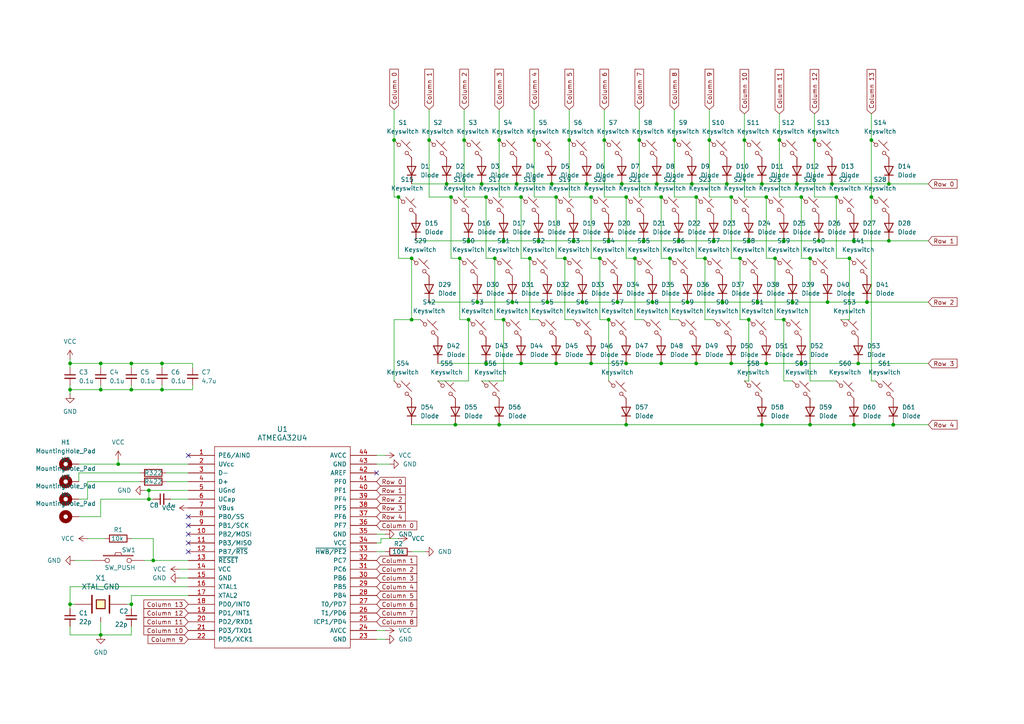
<source format=kicad_sch>
(kicad_sch (version 20231120) (generator "eeschema") (generator_version "8.0")
  (paper "A4")
  (lib_symbols
    (symbol "Device:C_Small" (pin_numbers hide) (pin_names (offset 0.254) hide)
      (property "Reference" "C" (at 0.254 1.778 0))
      (property "Value" "C_Small" (at 0.254 -2.032 0))
      (symbol "C_Small_1_1"
        (pin passive line (at 0 2.54 270) (length 2.032) (name "~") (number "1"))
        (pin passive line (at 0 -2.54 90) (length 2.032) (name "~") (number "2"))
      )
    )
    (symbol "Device:R" (pin_numbers hide) (pin_names (offset 0))
      (property "Reference" "R" (at 2.032 0 90))
      (property "Value" "R" (at 0 0 90))
      (symbol "R_1_1"
        (pin passive line (at 0 3.81 270) (length 1.27) (name "~") (number "1"))
        (pin passive line (at 0 -3.81 90) (length 1.27) (name "~") (number "2"))
      )
    )
    (symbol "Mechanical:MountingHole_Pad" (pin_numbers hide) (pin_names (offset 1.016) hide) (exclude_from_sim yes) (in_bom no)
      (property "Reference" "H" (at 0 6.35 0))
      (property "Value" "MountingHole_Pad" (at 0 4.445 0))
      (symbol "MountingHole_Pad_1_1"
        (pin input line (at 0 -2.54 90) (length 2.54) (name "1") (number "1"))
      )
    )
    (symbol "ScottoKeebs:Placeholder_Diode" (pin_numbers hide) (pin_names hide)
      (property "Reference" "D" (at 0 2.54 0))
      (property "Value" "Diode" (at 0 -2.54 0))
      (symbol "Placeholder_Diode_1_1"
        (pin passive line (at -3.81 0 0) (length 2.54) (name "K") (number "1"))
        (pin passive line (at 3.81 0 180) (length 2.54) (name "A") (number "2"))
      )
    )
    (symbol "ScottoKeebs:Placeholder_Keyswitch" (pin_numbers hide) (pin_names (offset 1.016) hide)
      (property "Reference" "S" (at 3.048 1.016 0))
      (property "Value" "Keyswitch" (at 0 -3.81 0))
      (symbol "Placeholder_Keyswitch_0_1"
        (pin passive line (at -2.54 2.54 0) (length 0) (name "1") (number "1"))
        (pin passive line (at 2.54 -2.54 180) (length 0) (name "2") (number "2"))
      )
    )
    (symbol "keyboard_parts:ATMEGA32U4" (pin_names (offset 1.016))
      (property "Reference" "U" (at 0 -31.75 0))
      (property "Value" "ATMEGA32U4" (at 0 31.75 0))
      (symbol "ATMEGA32U4_1_1"
        (pin bidirectional line (at -26.67 26.67 0) (length 7.62) (name "PE6/AIN0") (number "1"))
        (pin bidirectional line (at -26.67 3.81 0) (length 7.62) (name "PB2/MOSI") (number "10"))
        (pin bidirectional line (at -26.67 1.27 0) (length 7.62) (name "PB3/MISO") (number "11"))
        (pin bidirectional line (at -26.67 -1.27 0) (length 7.62) (name "PB7/~{RTS}") (number "12"))
        (pin input line (at -26.67 -3.81 0) (length 7.62) (name "~{RESET}") (number "13"))
        (pin power_in line (at -26.67 -6.35 0) (length 7.62) (name "VCC") (number "14"))
        (pin power_in line (at -26.67 -8.89 0) (length 7.62) (name "GND") (number "15"))
        (pin input line (at -26.67 -11.43 0) (length 7.62) (name "XTAL1") (number "16"))
        (pin output line (at -26.67 -13.97 0) (length 7.62) (name "XTAL2") (number "17"))
        (pin bidirectional line (at -26.67 -16.51 0) (length 7.62) (name "PD0/INT0") (number "18"))
        (pin bidirectional line (at -26.67 -19.05 0) (length 7.62) (name "PD1/INT1") (number "19"))
        (pin power_in line (at -26.67 24.13 0) (length 7.62) (name "UVcc") (number "2"))
        (pin bidirectional line (at -26.67 -21.59 0) (length 7.62) (name "PD2/RXD1") (number "20"))
        (pin bidirectional line (at -26.67 -24.13 0) (length 7.62) (name "PD3/TXD1") (number "21"))
        (pin bidirectional line (at -26.67 -26.67 0) (length 7.62) (name "PD5/XCK1") (number "22"))
        (pin power_in line (at 27.94 -26.67 180) (length 7.62) (name "GND") (number "23"))
        (pin power_in line (at 27.94 -24.13 180) (length 7.62) (name "AVCC") (number "24"))
        (pin bidirectional line (at 27.94 -21.59 180) (length 7.62) (name "ICP1/PD4") (number "25"))
        (pin bidirectional line (at 27.94 -19.05 180) (length 7.62) (name "T1/PD6") (number "26"))
        (pin bidirectional line (at 27.94 -16.51 180) (length 7.62) (name "T0/PD7") (number "27"))
        (pin bidirectional line (at 27.94 -13.97 180) (length 7.62) (name "PB4") (number "28"))
        (pin bidirectional line (at 27.94 -11.43 180) (length 7.62) (name "PB5") (number "29"))
        (pin bidirectional line (at -26.67 21.59 0) (length 7.62) (name "D-") (number "3"))
        (pin bidirectional line (at 27.94 -8.89 180) (length 7.62) (name "PB6") (number "30"))
        (pin bidirectional line (at 27.94 -6.35 180) (length 7.62) (name "PC6") (number "31"))
        (pin bidirectional line (at 27.94 -3.81 180) (length 7.62) (name "PC7") (number "32"))
        (pin bidirectional line (at 27.94 -1.27 180) (length 7.62) (name "~{HWB/PE2}") (number "33"))
        (pin power_in line (at 27.94 1.27 180) (length 7.62) (name "VCC") (number "34"))
        (pin power_in line (at 27.94 3.81 180) (length 7.62) (name "GND") (number "35"))
        (pin bidirectional line (at 27.94 6.35 180) (length 7.62) (name "PF7") (number "36"))
        (pin bidirectional line (at 27.94 8.89 180) (length 7.62) (name "PF6") (number "37"))
        (pin bidirectional line (at 27.94 11.43 180) (length 7.62) (name "PF5") (number "38"))
        (pin bidirectional line (at 27.94 13.97 180) (length 7.62) (name "PF4") (number "39"))
        (pin bidirectional line (at -26.67 19.05 0) (length 7.62) (name "D+") (number "4"))
        (pin bidirectional line (at 27.94 16.51 180) (length 7.62) (name "PF1") (number "40"))
        (pin bidirectional line (at 27.94 19.05 180) (length 7.62) (name "PF0") (number "41"))
        (pin input line (at 27.94 21.59 180) (length 7.62) (name "AREF") (number "42"))
        (pin power_in line (at 27.94 24.13 180) (length 7.62) (name "GND") (number "43"))
        (pin power_in line (at 27.94 26.67 180) (length 7.62) (name "AVCC") (number "44"))
        (pin power_in line (at -26.67 16.51 0) (length 7.62) (name "UGnd") (number "5"))
        (pin input line (at -26.67 13.97 0) (length 7.62) (name "UCap") (number "6"))
        (pin input line (at -26.67 11.43 0) (length 7.62) (name "VBus") (number "7"))
        (pin bidirectional line (at -26.67 8.89 0) (length 7.62) (name "PB0/SS") (number "8"))
        (pin bidirectional line (at -26.67 6.35 0) (length 7.62) (name "PB1/SCK") (number "9"))
      )
    )
    (symbol "keyboard_parts:SW_PUSH" (pin_numbers hide) (pin_names (offset 1.016) hide)
      (property "Reference" "SW" (at 3.81 2.794 0))
      (property "Value" "SW_PUSH" (at 0 -2.032 0))
      (symbol "SW_PUSH_0_1"
        (pin passive inverted (at -7.62 0 0) (length 5.08) (name "1") (number "1"))
        (pin passive inverted (at 7.62 0 180) (length 5.08) (name "2") (number "2"))
      )
    )
    (symbol "keyboard_parts:XTAL_GND" (pin_numbers hide) (pin_names (offset 1.016) hide)
      (property "Reference" "X" (at 0 3.81 0))
      (property "Value" "XTAL_GND" (at 0 -3.81 0))
      (symbol "XTAL_GND_1_1"
        (pin passive line (at -7.62 0 0) (length 5.08) (name "1") (number "1"))
        (pin passive line (at 7.62 0 180) (length 5.08) (name "2") (number "2"))
        (pin passive line (at 0 -5.08 90) (length 1.27) (name "~") (number "3"))
      )
    )
    (symbol "power:GND" (power) (pin_numbers hide) (pin_names (offset 0) hide)
      (property "Value" "GND" (at 0 -3.81 0))
      (symbol "GND_1_1"
        (pin power_in line (at 0 0 270) (length 0) (name "~") (number "1"))
      )
    )
    (symbol "power:VCC" (power) (pin_numbers hide) (pin_names (offset 0) hide)
      (property "Value" "VCC" (at 0 3.556 0))
      (symbol "VCC_1_1"
        (pin power_in line (at 0 0 90) (length 0) (name "~") (number "1"))
      )
    )
  )
  (junction (at 166.37 69.85))
  (junction (at 20.32 175.26))
  (junction (at 43.18 144.78))
  (junction (at 200.66 53.34))
  (junction (at 146.05 92.71))
  (junction (at 181.61 105.41))
  (junction (at 237.49 69.85))
  (junction (at 234.95 74.93))
  (junction (at 232.41 105.41))
  (junction (at 160.02 53.34))
  (junction (at 236.22 40.64))
  (junction (at 171.45 105.41))
  (junction (at 38.1 175.26))
  (junction (at 29.21 184.15))
  (junction (at 129.54 53.34))
  (junction (at 135.89 69.85))
  (junction (at 138.43 87.63))
  (junction (at 191.77 57.15))
  (junction (at 257.81 69.85))
  (junction (at 220.98 123.19))
  (junction (at 133.35 74.93))
  (junction (at 210.82 53.34))
  (junction (at 149.86 53.34))
  (junction (at 212.09 57.15))
  (junction (at 257.81 53.34))
  (junction (at 224.79 74.93))
  (junction (at 180.34 53.34))
  (junction (at 222.25 57.15))
  (junction (at 130.81 57.15))
  (junction (at 199.39 87.63))
  (junction (at 165.1 40.64))
  (junction (at 146.05 69.85))
  (junction (at 212.09 105.41))
  (junction (at 43.18 142.24))
  (junction (at 222.25 105.41))
  (junction (at 246.38 74.93))
  (junction (at 151.13 105.41))
  (junction (at 215.9 40.64))
  (junction (at 163.83 74.93))
  (junction (at 186.69 69.85))
  (junction (at 124.46 40.64))
  (junction (at 176.53 69.85))
  (junction (at 161.29 105.41))
  (junction (at 194.31 74.93))
  (junction (at 252.73 57.15))
  (junction (at 184.15 74.93))
  (junction (at 29.21 113.03))
  (junction (at 201.93 105.41))
  (junction (at 140.97 57.15))
  (junction (at 185.42 40.64))
  (junction (at 114.3 40.64))
  (junction (at 115.57 57.15))
  (junction (at 259.08 123.19))
  (junction (at 234.95 123.19))
  (junction (at 119.38 92.71))
  (junction (at 190.5 53.34))
  (junction (at 34.29 134.62))
  (junction (at 168.91 87.63))
  (junction (at 173.99 74.93))
  (junction (at 219.71 87.63))
  (junction (at 161.29 57.15))
  (junction (at 242.57 57.15))
  (junction (at 143.51 74.93))
  (junction (at 176.53 92.71))
  (junction (at 154.94 40.64))
  (junction (at 134.62 40.64))
  (junction (at 232.41 57.15))
  (junction (at 226.06 40.64))
  (junction (at 217.17 69.85))
  (junction (at 158.75 87.63))
  (junction (at 195.58 40.64))
  (junction (at 119.38 74.93))
  (junction (at 38.1 105.41))
  (junction (at 151.13 57.15))
  (junction (at 189.23 87.63))
  (junction (at 171.45 57.15))
  (junction (at 227.33 92.71))
  (junction (at 204.47 74.93))
  (junction (at 181.61 123.19))
  (junction (at 179.07 87.63))
  (junction (at 144.78 40.64))
  (junction (at 135.89 92.71))
  (junction (at 209.55 87.63))
  (junction (at 153.67 74.93))
  (junction (at 175.26 40.64))
  (junction (at 220.98 53.34))
  (junction (at 46.99 105.41))
  (junction (at 247.65 123.19))
  (junction (at 20.32 113.03))
  (junction (at 181.61 57.15))
  (junction (at 201.93 57.15))
  (junction (at 241.3 53.34))
  (junction (at 217.17 92.71))
  (junction (at 170.18 53.34))
  (junction (at 247.65 69.85))
  (junction (at 44.45 162.56))
  (junction (at 46.99 113.03))
  (junction (at 144.78 123.19))
  (junction (at 229.87 87.63))
  (junction (at 252.73 40.64))
  (junction (at 196.85 69.85))
  (junction (at 207.01 69.85))
  (junction (at 139.7 53.34))
  (junction (at 191.77 105.41))
  (junction (at 148.59 87.63))
  (junction (at 227.33 69.85))
  (junction (at 156.21 69.85))
  (junction (at 240.03 87.63))
  (junction (at 38.1 113.03))
  (junction (at 251.46 87.63))
  (junction (at 205.74 40.64))
  (junction (at 231.14 53.34))
  (junction (at 20.32 105.41))
  (junction (at 132.08 123.19))
  (junction (at 29.21 105.41))
  (junction (at 140.97 105.41))
  (junction (at 248.92 105.41))
  (junction (at 214.63 74.93))
  (no_connect (at 54.61 152.4))
  (no_connect (at 54.61 157.48))
  (no_connect (at 54.61 160.02))
  (no_connect (at 54.61 154.94))
  (no_connect (at 54.61 149.86))
  (no_connect (at 54.61 132.08))
  (no_connect (at 109.22 137.16))
  (wire (pts (xy 138.43 87.63) (xy 148.59 87.63)))
  (wire (pts (xy 209.55 87.63) (xy 219.71 87.63)))
  (wire (pts (xy 194.31 74.93) (xy 194.31 92.71)))
  (wire (pts (xy 120.65 69.85) (xy 135.89 69.85)))
  (wire (pts (xy 153.67 92.71) (xy 156.21 92.71)))
  (wire (pts (xy 20.32 170.18) (xy 20.32 175.26)))
  (wire (pts (xy 109.22 182.88) (xy 111.76 182.88)))
  (wire (pts (xy 201.93 74.93) (xy 204.47 74.93)))
  (wire (pts (xy 214.63 92.71) (xy 217.17 92.71)))
  (wire (pts (xy 38.1 172.72) (xy 38.1 175.26)))
  (wire (pts (xy 41.91 142.24) (xy 43.18 142.24)))
  (wire (pts (xy 110.49 157.48) (xy 109.22 157.48)))
  (wire (pts (xy 38.1 181.61) (xy 38.1 184.15)))
  (wire (pts (xy 165.1 31.75) (xy 165.1 40.64)))
  (wire (pts (xy 236.22 40.64) (xy 236.22 57.15)))
  (wire (pts (xy 180.34 53.34) (xy 190.5 53.34)))
  (wire (pts (xy 144.78 123.19) (xy 181.61 123.19)))
  (wire (pts (xy 46.99 113.03) (xy 55.88 113.03)))
  (wire (pts (xy 229.87 87.63) (xy 240.03 87.63)))
  (wire (pts (xy 237.49 69.85) (xy 247.65 69.85)))
  (wire (pts (xy 207.01 69.85) (xy 217.17 69.85)))
  (wire (pts (xy 139.7 53.34) (xy 149.86 53.34)))
  (wire (pts (xy 114.3 31.75) (xy 114.3 40.64)))
  (wire (pts (xy 224.79 74.93) (xy 224.79 92.71)))
  (wire (pts (xy 110.49 156.21) (xy 110.49 157.48)))
  (wire (pts (xy 232.41 105.41) (xy 248.92 105.41)))
  (wire (pts (xy 257.81 69.85) (xy 269.24 69.85)))
  (wire (pts (xy 119.38 53.34) (xy 129.54 53.34)))
  (wire (pts (xy 34.29 133.35) (xy 34.29 134.62)))
  (wire (pts (xy 20.32 175.26) (xy 20.32 176.53)))
  (wire (pts (xy 109.22 185.42) (xy 111.76 185.42)))
  (wire (pts (xy 124.46 57.15) (xy 130.81 57.15)))
  (wire (pts (xy 168.91 87.63) (xy 179.07 87.63)))
  (wire (pts (xy 130.81 57.15) (xy 130.81 74.93)))
  (wire (pts (xy 165.1 40.64) (xy 165.1 57.15)))
  (wire (pts (xy 200.66 53.34) (xy 210.82 53.34)))
  (wire (pts (xy 129.54 53.34) (xy 139.7 53.34)))
  (wire (pts (xy 195.58 40.64) (xy 195.58 57.15)))
  (wire (pts (xy 234.95 123.19) (xy 247.65 123.19)))
  (wire (pts (xy 269.24 123.19) (xy 259.08 123.19)))
  (wire (pts (xy 135.89 92.71) (xy 135.89 110.49)))
  (wire (pts (xy 40.64 139.7) (xy 25.4 139.7)))
  (wire (pts (xy 22.86 149.86) (xy 29.21 149.86)))
  (wire (pts (xy 163.83 74.93) (xy 163.83 92.71)))
  (wire (pts (xy 29.21 113.03) (xy 38.1 113.03)))
  (wire (pts (xy 38.1 113.03) (xy 46.99 113.03)))
  (wire (pts (xy 217.17 92.71) (xy 217.17 110.49)))
  (wire (pts (xy 154.94 31.75) (xy 154.94 40.64)))
  (wire (pts (xy 215.9 40.64) (xy 215.9 57.15)))
  (wire (pts (xy 222.25 57.15) (xy 222.25 74.93)))
  (wire (pts (xy 135.89 69.85) (xy 146.05 69.85)))
  (wire (pts (xy 119.38 92.71) (xy 121.92 92.71)))
  (wire (pts (xy 204.47 92.71) (xy 207.01 92.71)))
  (wire (pts (xy 20.32 181.61) (xy 20.32 184.15)))
  (wire (pts (xy 20.32 175.26) (xy 21.59 175.26)))
  (wire (pts (xy 191.77 57.15) (xy 191.77 74.93)))
  (wire (pts (xy 151.13 105.41) (xy 161.29 105.41)))
  (wire (pts (xy 176.53 69.85) (xy 186.69 69.85)))
  (wire (pts (xy 170.18 53.34) (xy 180.34 53.34)))
  (wire (pts (xy 46.99 105.41) (xy 38.1 105.41)))
  (wire (pts (xy 153.67 74.93) (xy 153.67 92.71)))
  (wire (pts (xy 135.89 110.49) (xy 127 110.49)))
  (wire (pts (xy 222.25 74.93) (xy 224.79 74.93)))
  (wire (pts (xy 144.78 57.15) (xy 151.13 57.15)))
  (wire (pts (xy 43.18 144.78) (xy 29.21 144.78)))
  (wire (pts (xy 119.38 160.02) (xy 123.19 160.02)))
  (wire (pts (xy 201.93 57.15) (xy 201.93 74.93)))
  (wire (pts (xy 190.5 53.34) (xy 200.66 53.34)))
  (wire (pts (xy 252.73 33.02) (xy 252.73 40.64)))
  (wire (pts (xy 44.45 156.21) (xy 44.45 162.56)))
  (wire (pts (xy 181.61 123.19) (xy 220.98 123.19)))
  (wire (pts (xy 214.63 74.93) (xy 214.63 92.71)))
  (wire (pts (xy 38.1 156.21) (xy 44.45 156.21)))
  (wire (pts (xy 149.86 53.34) (xy 160.02 53.34)))
  (wire (pts (xy 109.22 134.62) (xy 113.03 134.62)))
  (wire (pts (xy 114.3 40.64) (xy 114.3 57.15)))
  (wire (pts (xy 29.21 180.34) (xy 29.21 184.15)))
  (wire (pts (xy 154.94 40.64) (xy 154.94 57.15)))
  (wire (pts (xy 146.05 92.71) (xy 146.05 110.49)))
  (wire (pts (xy 189.23 87.63) (xy 199.39 87.63)))
  (wire (pts (xy 25.4 139.7) (xy 25.4 144.78)))
  (wire (pts (xy 109.22 154.94) (xy 111.76 154.94)))
  (wire (pts (xy 38.1 105.41) (xy 29.21 105.41)))
  (wire (pts (xy 212.09 105.41) (xy 222.25 105.41)))
  (wire (pts (xy 110.49 156.21) (xy 115.57 156.21)))
  (wire (pts (xy 252.73 110.49) (xy 254 110.49)))
  (wire (pts (xy 269.24 87.63) (xy 251.46 87.63)))
  (wire (pts (xy 184.15 92.71) (xy 186.69 92.71)))
  (wire (pts (xy 247.65 123.19) (xy 259.08 123.19)))
  (wire (pts (xy 25.4 144.78) (xy 22.86 144.78)))
  (wire (pts (xy 114.3 92.71) (xy 114.3 110.49)))
  (wire (pts (xy 20.32 184.15) (xy 29.21 184.15)))
  (wire (pts (xy 38.1 105.41) (xy 38.1 106.68)))
  (wire (pts (xy 234.95 110.49) (xy 242.57 110.49)))
  (wire (pts (xy 257.81 53.34) (xy 269.24 53.34)))
  (wire (pts (xy 242.57 74.93) (xy 246.38 74.93)))
  (wire (pts (xy 220.98 53.34) (xy 231.14 53.34)))
  (wire (pts (xy 29.21 144.78) (xy 29.21 149.86)))
  (wire (pts (xy 109.22 160.02) (xy 111.76 160.02)))
  (wire (pts (xy 184.15 74.93) (xy 184.15 92.71)))
  (wire (pts (xy 134.62 40.64) (xy 134.62 57.15)))
  (wire (pts (xy 48.26 137.16) (xy 54.61 137.16)))
  (wire (pts (xy 212.09 57.15) (xy 212.09 74.93)))
  (wire (pts (xy 144.78 40.64) (xy 144.78 57.15)))
  (wire (pts (xy 231.14 53.34) (xy 241.3 53.34)))
  (wire (pts (xy 43.18 142.24) (xy 54.61 142.24)))
  (wire (pts (xy 48.26 139.7) (xy 54.61 139.7)))
  (wire (pts (xy 127 105.41) (xy 140.97 105.41)))
  (wire (pts (xy 34.29 134.62) (xy 54.61 134.62)))
  (wire (pts (xy 241.3 53.34) (xy 257.81 53.34)))
  (wire (pts (xy 114.3 92.71) (xy 119.38 92.71)))
  (wire (pts (xy 160.02 53.34) (xy 170.18 53.34)))
  (wire (pts (xy 185.42 57.15) (xy 191.77 57.15)))
  (wire (pts (xy 151.13 57.15) (xy 151.13 74.93)))
  (wire (pts (xy 232.41 57.15) (xy 232.41 74.93)))
  (wire (pts (xy 140.97 74.93) (xy 143.51 74.93)))
  (wire (pts (xy 140.97 105.41) (xy 151.13 105.41)))
  (wire (pts (xy 44.45 162.56) (xy 54.61 162.56)))
  (wire (pts (xy 25.4 156.21) (xy 30.48 156.21)))
  (wire (pts (xy 134.62 57.15) (xy 140.97 57.15)))
  (wire (pts (xy 22.86 134.62) (xy 34.29 134.62)))
  (wire (pts (xy 205.74 31.75) (xy 205.74 40.64)))
  (wire (pts (xy 20.32 113.03) (xy 29.21 113.03)))
  (wire (pts (xy 115.57 74.93) (xy 119.38 74.93)))
  (wire (pts (xy 212.09 74.93) (xy 214.63 74.93)))
  (wire (pts (xy 146.05 69.85) (xy 156.21 69.85)))
  (wire (pts (xy 173.99 74.93) (xy 173.99 92.71)))
  (wire (pts (xy 201.93 105.41) (xy 212.09 105.41)))
  (wire (pts (xy 22.86 137.16) (xy 22.86 139.7)))
  (wire (pts (xy 210.82 53.34) (xy 220.98 53.34)))
  (wire (pts (xy 55.88 113.03) (xy 55.88 111.76)))
  (wire (pts (xy 109.22 132.08) (xy 111.76 132.08)))
  (wire (pts (xy 227.33 69.85) (xy 237.49 69.85)))
  (wire (pts (xy 252.73 57.15) (xy 252.73 110.49)))
  (wire (pts (xy 38.1 175.26) (xy 38.1 176.53)))
  (wire (pts (xy 55.88 105.41) (xy 46.99 105.41)))
  (wire (pts (xy 40.64 137.16) (xy 22.86 137.16)))
  (wire (pts (xy 29.21 111.76) (xy 29.21 113.03)))
  (wire (pts (xy 205.74 57.15) (xy 212.09 57.15)))
  (wire (pts (xy 146.05 110.49) (xy 139.7 110.49)))
  (wire (pts (xy 124.46 31.75) (xy 124.46 40.64)))
  (wire (pts (xy 215.9 57.15) (xy 222.25 57.15)))
  (wire (pts (xy 240.03 87.63) (xy 251.46 87.63)))
  (wire (pts (xy 46.99 111.76) (xy 46.99 113.03)))
  (wire (pts (xy 156.21 69.85) (xy 166.37 69.85)))
  (wire (pts (xy 161.29 74.93) (xy 163.83 74.93)))
  (wire (pts (xy 29.21 105.41) (xy 29.21 106.68)))
  (wire (pts (xy 175.26 57.15) (xy 181.61 57.15)))
  (wire (pts (xy 154.94 57.15) (xy 161.29 57.15)))
  (wire (pts (xy 173.99 92.71) (xy 176.53 92.71)))
  (wire (pts (xy 171.45 57.15) (xy 171.45 74.93)))
  (wire (pts (xy 165.1 57.15) (xy 171.45 57.15)))
  (wire (pts (xy 133.35 74.93) (xy 133.35 92.71)))
  (wire (pts (xy 43.18 144.78) (xy 44.45 144.78)))
  (wire (pts (xy 44.45 162.56) (xy 41.91 162.56)))
  (wire (pts (xy 124.46 87.63) (xy 138.43 87.63)))
  (wire (pts (xy 161.29 105.41) (xy 171.45 105.41)))
  (wire (pts (xy 163.83 92.71) (xy 166.37 92.71)))
  (wire (pts (xy 236.22 33.02) (xy 236.22 40.64)))
  (wire (pts (xy 132.08 123.19) (xy 144.78 123.19)))
  (wire (pts (xy 194.31 92.71) (xy 196.85 92.71)))
  (wire (pts (xy 134.62 31.75) (xy 134.62 40.64)))
  (wire (pts (xy 234.95 74.93) (xy 234.95 110.49)))
  (wire (pts (xy 246.38 92.71) (xy 243.84 92.71)))
  (wire (pts (xy 217.17 110.49) (xy 215.9 110.49)))
  (wire (pts (xy 181.61 74.93) (xy 184.15 74.93)))
  (wire (pts (xy 161.29 57.15) (xy 161.29 74.93)))
  (wire (pts (xy 143.51 92.71) (xy 146.05 92.71)))
  (wire (pts (xy 143.51 74.93) (xy 143.51 92.71)))
  (wire (pts (xy 191.77 74.93) (xy 194.31 74.93)))
  (wire (pts (xy 181.61 57.15) (xy 181.61 74.93)))
  (wire (pts (xy 114.3 57.15) (xy 115.57 57.15)))
  (wire (pts (xy 20.32 111.76) (xy 20.32 113.03)))
  (wire (pts (xy 219.71 87.63) (xy 229.87 87.63)))
  (wire (pts (xy 20.32 104.14) (xy 20.32 105.41)))
  (wire (pts (xy 227.33 110.49) (xy 229.87 110.49)))
  (wire (pts (xy 224.79 92.71) (xy 227.33 92.71)))
  (wire (pts (xy 199.39 87.63) (xy 209.55 87.63)))
  (wire (pts (xy 21.59 162.56) (xy 26.67 162.56)))
  (wire (pts (xy 55.88 106.68) (xy 55.88 105.41)))
  (wire (pts (xy 124.46 40.64) (xy 124.46 57.15)))
  (wire (pts (xy 29.21 105.41) (xy 20.32 105.41)))
  (wire (pts (xy 220.98 123.19) (xy 234.95 123.19)))
  (wire (pts (xy 236.22 57.15) (xy 242.57 57.15)))
  (wire (pts (xy 247.65 69.85) (xy 257.81 69.85)))
  (wire (pts (xy 38.1 111.76) (xy 38.1 113.03)))
  (wire (pts (xy 205.74 40.64) (xy 205.74 57.15)))
  (wire (pts (xy 191.77 105.41) (xy 201.93 105.41)))
  (wire (pts (xy 222.25 105.41) (xy 232.41 105.41)))
  (wire (pts (xy 246.38 74.93) (xy 246.38 92.71)))
  (wire (pts (xy 248.92 105.41) (xy 269.24 105.41)))
  (wire (pts (xy 119.38 123.19) (xy 132.08 123.19)))
  (wire (pts (xy 49.53 144.78) (xy 54.61 144.78)))
  (wire (pts (xy 195.58 57.15) (xy 201.93 57.15)))
  (wire (pts (xy 232.41 74.93) (xy 234.95 74.93)))
  (wire (pts (xy 185.42 31.75) (xy 185.42 40.64)))
  (wire (pts (xy 171.45 74.93) (xy 173.99 74.93)))
  (wire (pts (xy 140.97 57.15) (xy 140.97 74.93)))
  (wire (pts (xy 217.17 69.85) (xy 227.33 69.85)))
  (wire (pts (xy 148.59 87.63) (xy 158.75 87.63)))
  (wire (pts (xy 186.69 69.85) (xy 196.85 69.85)))
  (wire (pts (xy 185.42 40.64) (xy 185.42 57.15)))
  (wire (pts (xy 20.32 113.03) (xy 20.32 114.3)))
  (wire (pts (xy 226.06 57.15) (xy 232.41 57.15)))
  (wire (pts (xy 175.26 31.75) (xy 175.26 40.64)))
  (wire (pts (xy 175.26 40.64) (xy 175.26 57.15)))
  (wire (pts (xy 115.57 57.15) (xy 115.57 74.93)))
  (wire (pts (xy 43.18 142.24) (xy 43.18 144.78)))
  (wire (pts (xy 46.99 105.41) (xy 46.99 106.68)))
  (wire (pts (xy 171.45 105.41) (xy 181.61 105.41)))
  (wire (pts (xy 133.35 92.71) (xy 135.89 92.71)))
  (wire (pts (xy 181.61 105.41) (xy 191.77 105.41)))
  (wire (pts (xy 252.73 40.64) (xy 252.73 57.15)))
  (wire (pts (xy 36.83 175.26) (xy 38.1 175.26)))
  (wire (pts (xy 226.06 40.64) (xy 226.06 57.15)))
  (wire (pts (xy 226.06 33.02) (xy 226.06 40.64)))
  (wire (pts (xy 179.07 87.63) (xy 189.23 87.63)))
  (wire (pts (xy 204.47 74.93) (xy 204.47 92.71)))
  (wire (pts (xy 119.38 74.93) (xy 119.38 92.71)))
  (wire (pts (xy 196.85 69.85) (xy 207.01 69.85)))
  (wire (pts (xy 242.57 57.15) (xy 242.57 74.93)))
  (wire (pts (xy 52.07 167.64) (xy 54.61 167.64)))
  (wire (pts (xy 158.75 87.63) (xy 168.91 87.63)))
  (wire (pts (xy 166.37 69.85) (xy 176.53 69.85)))
  (wire (pts (xy 54.61 170.18) (xy 20.32 170.18)))
  (wire (pts (xy 227.33 92.71) (xy 227.33 110.49)))
  (wire (pts (xy 144.78 31.75) (xy 144.78 40.64)))
  (wire (pts (xy 29.21 184.15) (xy 38.1 184.15)))
  (wire (pts (xy 130.81 74.93) (xy 133.35 74.93)))
  (wire (pts (xy 151.13 74.93) (xy 153.67 74.93)))
  (wire (pts (xy 20.32 105.41) (xy 20.32 106.68)))
  (wire (pts (xy 52.07 165.1) (xy 54.61 165.1)))
  (wire (pts (xy 195.58 31.75) (xy 195.58 40.64)))
  (wire (pts (xy 176.53 92.71) (xy 176.53 110.49)))
  (wire (pts (xy 38.1 172.72) (xy 54.61 172.72)))
  (wire (pts (xy 215.9 33.02) (xy 215.9 40.64)))
  (global_label "Column 6" (shape input) (at 109.22 175.26 0) (property "Intersheetrefs" "${INTERSHEET_REFS}" (effects (hide yes))))
  (global_label "Column 2" (shape input) (at 109.22 165.1 0) (property "Intersheetrefs" "${INTERSHEET_REFS}" (effects (hide yes))))
  (global_label "Row 4" (shape input) (at 109.22 149.86 0) (property "Intersheetrefs" "${INTERSHEET_REFS}" (effects (hide yes))))
  (global_label "Row 3" (shape input) (at 109.22 147.32 0) (property "Intersheetrefs" "${INTERSHEET_REFS}" (effects (hide yes))))
  (global_label "Column 0" (shape input) (at 114.3 31.75 90) (property "Intersheetrefs" "${INTERSHEET_REFS}" (effects (hide yes))))
  (global_label "Column 9" (shape input) (at 205.74 31.75 90) (property "Intersheetrefs" "${INTERSHEET_REFS}" (effects (hide yes))))
  (global_label "Column 1" (shape input) (at 109.22 162.56 0) (property "Intersheetrefs" "${INTERSHEET_REFS}" (effects (hide yes))))
  (global_label "Column 4" (shape input) (at 154.94 31.75 90) (property "Intersheetrefs" "${INTERSHEET_REFS}" (effects (hide yes))))
  (global_label "Row 2" (shape input) (at 269.24 87.63 0) (property "Intersheetrefs" "${INTERSHEET_REFS}" (effects (hide yes))))
  (global_label "Row 3" (shape input) (at 269.24 105.41 0) (property "Intersheetrefs" "${INTERSHEET_REFS}" (effects (hide yes))))
  (global_label "Column 13" (shape input) (at 54.61 175.26 180) (property "Intersheetrefs" "${INTERSHEET_REFS}" (effects (hide yes))))
  (global_label "Column 6" (shape input) (at 175.26 31.75 90) (property "Intersheetrefs" "${INTERSHEET_REFS}" (effects (hide yes))))
  (global_label "Column 10" (shape input) (at 54.61 182.88 180) (property "Intersheetrefs" "${INTERSHEET_REFS}" (effects (hide yes))))
  (global_label "Column 5" (shape input) (at 165.1 31.75 90) (property "Intersheetrefs" "${INTERSHEET_REFS}" (effects (hide yes))))
  (global_label "Column 11" (shape input) (at 226.06 33.02 90) (property "Intersheetrefs" "${INTERSHEET_REFS}" (effects (hide yes))))
  (global_label "Column 8" (shape input) (at 109.22 180.34 0) (property "Intersheetrefs" "${INTERSHEET_REFS}" (effects (hide yes))))
  (global_label "Column 9" (shape input) (at 54.61 185.42 180) (property "Intersheetrefs" "${INTERSHEET_REFS}" (effects (hide yes))))
  (global_label "Column 4" (shape input) (at 109.22 170.18 0) (property "Intersheetrefs" "${INTERSHEET_REFS}" (effects (hide yes))))
  (global_label "Column 7" (shape input) (at 185.42 31.75 90) (property "Intersheetrefs" "${INTERSHEET_REFS}" (effects (hide yes))))
  (global_label "Row 2" (shape input) (at 109.22 144.78 0) (property "Intersheetrefs" "${INTERSHEET_REFS}" (effects (hide yes))))
  (global_label "Column 7" (shape input) (at 109.22 177.8 0) (property "Intersheetrefs" "${INTERSHEET_REFS}" (effects (hide yes))))
  (global_label "Row 1" (shape input) (at 269.24 69.85 0) (property "Intersheetrefs" "${INTERSHEET_REFS}" (effects (hide yes))))
  (global_label "Column 3" (shape input) (at 144.78 31.75 90) (property "Intersheetrefs" "${INTERSHEET_REFS}" (effects (hide yes))))
  (global_label "Row 1" (shape input) (at 109.22 142.24 0) (property "Intersheetrefs" "${INTERSHEET_REFS}" (effects (hide yes))))
  (global_label "Row 0" (shape input) (at 109.22 139.7 0) (property "Intersheetrefs" "${INTERSHEET_REFS}" (effects (hide yes))))
  (global_label "Row 0" (shape input) (at 269.24 53.34 0) (property "Intersheetrefs" "${INTERSHEET_REFS}" (effects (hide yes))))
  (global_label "Column 1" (shape input) (at 124.46 31.75 90) (property "Intersheetrefs" "${INTERSHEET_REFS}" (effects (hide yes))))
  (global_label "Column 11" (shape input) (at 54.61 180.34 180) (property "Intersheetrefs" "${INTERSHEET_REFS}" (effects (hide yes))))
  (global_label "Column 3" (shape input) (at 109.22 167.64 0) (property "Intersheetrefs" "${INTERSHEET_REFS}" (effects (hide yes))))
  (global_label "Column 0" (shape input) (at 109.22 152.4 0) (property "Intersheetrefs" "${INTERSHEET_REFS}" (effects (hide yes))))
  (global_label "Row 4" (shape input) (at 269.24 123.19 0) (property "Intersheetrefs" "${INTERSHEET_REFS}" (effects (hide yes))))
  (global_label "Column 13" (shape input) (at 252.73 33.02 90) (property "Intersheetrefs" "${INTERSHEET_REFS}" (effects (hide yes))))
  (global_label "Column 8" (shape input) (at 195.58 31.75 90) (property "Intersheetrefs" "${INTERSHEET_REFS}" (effects (hide yes))))
  (global_label "Column 12" (shape input) (at 236.22 33.02 90) (property "Intersheetrefs" "${INTERSHEET_REFS}" (effects (hide yes))))
  (global_label "Column 5" (shape input) (at 109.22 172.72 0) (property "Intersheetrefs" "${INTERSHEET_REFS}" (effects (hide yes))))
  (global_label "Column 10" (shape input) (at 215.9 33.02 90) (property "Intersheetrefs" "${INTERSHEET_REFS}" (effects (hide yes))))
  (global_label "Column 2" (shape input) (at 134.62 31.75 90) (property "Intersheetrefs" "${INTERSHEET_REFS}" (effects (hide yes))))
  (global_label "Column 12" (shape input) (at 54.61 177.8 180) (property "Intersheetrefs" "${INTERSHEET_REFS}" (effects (hide yes))))
  (symbol (lib_id "ScottoKeebs:Placeholder_Diode") (at 129.54 49.53 90) (unit 1)
    (property "Reference" "D2" (at 132.08 48.2599 90) (effects (justify right)))
    (property "Value" "Diode" (at 132.08 50.7999 90) (effects (justify right)))
    (property "Footprint" "ScottoKeebs_Components:Diode_SOD-123" (effects (hide yes)))
    (property "Description" "1N4148 (DO-35) or 1N4148W (SOD-123)" (effects (hide yes)))
    (property "Sim.Device" "D" (effects (hide yes)))
    (property "Sim.Pins" "1=K 2=A" (effects (hide yes)))
  )
  (symbol (lib_id "ScottoKeebs:Placeholder_Keyswitch") (at 148.59 95.25 0) (unit 1)
    (property "Reference" "S44" (at 148.59 87.63 0))
    (property "Value" "Keyswitch" (at 148.59 90.17 0))
    (property "Footprint" "ScottoKeebs_MX:MX_PCB_1.00u" (effects (hide yes)))
    (property "Description" "Push button switch, normally open, two pins, 45° tilted" (effects (hide yes)))
  )
  (symbol (lib_id "ScottoKeebs:Placeholder_Diode") (at 176.53 66.04 90) (unit 1)
    (property "Reference" "D20" (at 179.07 64.7699 90) (effects (justify right)))
    (property "Value" "Diode" (at 179.07 67.3099 90) (effects (justify right)))
    (property "Footprint" "ScottoKeebs_Components:Diode_SOD-123" (effects (hide yes)))
    (property "Description" "1N4148 (DO-35) or 1N4148W (SOD-123)" (effects (hide yes)))
    (property "Sim.Device" "D" (effects (hide yes)))
    (property "Sim.Pins" "1=K 2=A" (effects (hide yes)))
  )
  (symbol (lib_id "Device:C_Small") (at 29.21 109.22 0) (unit 1)
    (property "Reference" "C4" (at 31.75 107.9562 0) (effects (justify left)))
    (property "Value" "0.1u" (at 31.75 110.4962 0) (effects (justify left)))
    (property "Footprint" "Capacitor_SMD:C_0805_2012Metric" (effects (hide yes)))
    (property "Description" "Unpolarized capacitor, small symbol" (effects (hide yes)))
  )
  (symbol (lib_id "ScottoKeebs:Placeholder_Diode") (at 191.77 101.6 90) (unit 1)
    (property "Reference" "D48" (at 194.31 100.3299 90) (effects (justify right)))
    (property "Value" "Diode" (at 194.31 102.8699 90) (effects (justify right)))
    (property "Footprint" "ScottoKeebs_Components:Diode_SOD-123" (effects (hide yes)))
    (property "Description" "1N4148 (DO-35) or 1N4148W (SOD-123)" (effects (hide yes)))
    (property "Sim.Device" "D" (effects (hide yes)))
    (property "Sim.Pins" "1=K 2=A" (effects (hide yes)))
  )
  (symbol (lib_id "ScottoKeebs:Placeholder_Keyswitch") (at 214.63 59.69 0) (unit 1)
    (property "Reference" "S24" (at 214.63 52.07 0))
    (property "Value" "Keyswitch" (at 214.63 54.61 0))
    (property "Footprint" "ScottoKeebs_MX:MX_PCB_1.00u" (effects (hide yes)))
    (property "Description" "Push button switch, normally open, two pins, 45° tilted" (effects (hide yes)))
  )
  (symbol (lib_id "ScottoKeebs:Placeholder_Diode") (at 181.61 119.38 90) (unit 1)
    (property "Reference" "D57" (at 184.15 118.1099 90) (effects (justify right)))
    (property "Value" "Diode" (at 184.15 120.6499 90) (effects (justify right)))
    (property "Footprint" "ScottoKeebs_Components:Diode_SOD-123" (effects (hide yes)))
    (property "Description" "1N4148 (DO-35) or 1N4148W (SOD-123)" (effects (hide yes)))
    (property "Sim.Device" "D" (effects (hide yes)))
    (property "Sim.Pins" "1=K 2=A" (effects (hide yes)))
  )
  (symbol (lib_id "ScottoKeebs:Placeholder_Diode") (at 190.5 49.53 90) (unit 1)
    (property "Reference" "D8" (at 193.04 48.2599 90) (effects (justify right)))
    (property "Value" "Diode" (at 193.04 50.7999 90) (effects (justify right)))
    (property "Footprint" "ScottoKeebs_Components:Diode_SOD-123" (effects (hide yes)))
    (property "Description" "1N4148 (DO-35) or 1N4148W (SOD-123)" (effects (hide yes)))
    (property "Sim.Device" "D" (effects (hide yes)))
    (property "Sim.Pins" "1=K 2=A" (effects (hide yes)))
  )
  (symbol (lib_id "ScottoKeebs:Placeholder_Keyswitch") (at 256.54 113.03 0) (unit 1)
    (property "Reference" "S61" (at 256.54 105.41 0))
    (property "Value" "Keyswitch" (at 256.54 107.95 0))
    (property "Footprint" "ScottoKeebs_MX:MX_PCB_1.25u" (effects (hide yes)))
    (property "Description" "Push button switch, normally open, two pins, 45° tilted" (effects (hide yes)))
  )
  (symbol (lib_id "ScottoKeebs:Placeholder_Diode") (at 149.86 49.53 90) (unit 1)
    (property "Reference" "D4" (at 152.4 48.2599 90) (effects (justify right)))
    (property "Value" "Diode" (at 152.4 50.7999 90) (effects (justify right)))
    (property "Footprint" "ScottoKeebs_Components:Diode_SOD-123" (effects (hide yes)))
    (property "Description" "1N4148 (DO-35) or 1N4148W (SOD-123)" (effects (hide yes)))
    (property "Sim.Device" "D" (effects (hide yes)))
    (property "Sim.Pins" "1=K 2=A" (effects (hide yes)))
  )
  (symbol (lib_id "ScottoKeebs:Placeholder_Keyswitch") (at 163.83 59.69 0) (unit 1)
    (property "Reference" "S19" (at 163.83 52.07 0))
    (property "Value" "Keyswitch" (at 163.83 54.61 0))
    (property "Footprint" "ScottoKeebs_MX:MX_PCB_1.00u" (effects (hide yes)))
    (property "Description" "Push button switch, normally open, two pins, 45° tilted" (effects (hide yes)))
  )
  (symbol (lib_id "ScottoKeebs:Placeholder_Diode") (at 207.01 66.04 90) (unit 1)
    (property "Reference" "D23" (at 209.55 64.7699 90) (effects (justify right)))
    (property "Value" "Diode" (at 209.55 67.3099 90) (effects (justify right)))
    (property "Footprint" "ScottoKeebs_Components:Diode_SOD-123" (effects (hide yes)))
    (property "Description" "1N4148 (DO-35) or 1N4148W (SOD-123)" (effects (hide yes)))
    (property "Sim.Device" "D" (effects (hide yes)))
    (property "Sim.Pins" "1=K 2=A" (effects (hide yes)))
  )
  (symbol (lib_id "ScottoKeebs:Placeholder_Keyswitch") (at 157.48 43.18 0) (unit 1)
    (property "Reference" "S5" (at 157.48 35.56 0))
    (property "Value" "Keyswitch" (at 157.48 38.1 0))
    (property "Footprint" "ScottoKeebs_MX:MX_PCB_1.00u" (effects (hide yes)))
    (property "Description" "Push button switch, normally open, two pins, 45° tilted" (effects (hide yes)))
  )
  (symbol (lib_id "Device:C_Small") (at 46.99 144.78 90) (unit 1)
    (property "Reference" "C8" (at 44.704 146.558 90))
    (property "Value" "1u" (at 49.784 146.558 90))
    (property "Footprint" "Capacitor_SMD:C_0805_2012Metric" (effects (hide yes)))
    (property "Description" "Unpolarized capacitor, small symbol" (effects (hide yes)))
  )
  (symbol (lib_id "power:GND") (at 111.76 185.42 90) (unit 1)
    (property "Reference" "#PWR011" (effects (hide yes)))
    (property "Value" "GND" (at 115.57 185.4199 90) (effects (justify right)))
    (property "Description" "Power symbol creates a global label with name \"GND\" , ground" (effects (hide yes)))
  )
  (symbol (lib_id "Mechanical:MountingHole_Pad") (at 20.32 144.78 90) (unit 1) (exclude_from_sim yes) (in_bom no)
    (property "Reference" "H3" (at 19.05 138.43 90))
    (property "Value" "MountingHole_Pad" (at 19.05 140.97 90))
    (property "Footprint" "ScottoKeebs_Scotto:TestPoint" (effects (hide yes)))
    (property "Description" "Mounting Hole with connection" (effects (hide yes)))
  )
  (symbol (lib_id "ScottoKeebs:Placeholder_Keyswitch") (at 248.92 77.47 0) (unit 1)
    (property "Reference" "S41" (at 248.92 69.85 0))
    (property "Value" "Keyswitch" (at 248.92 72.39 0))
    (property "Footprint" "ScottoKeebs_MX:MX_PCB_2.25u" (effects (hide yes)))
    (property "Description" "Push button switch, normally open, two pins, 45° tilted" (effects (hide yes)))
  )
  (symbol (lib_id "ScottoKeebs:Placeholder_Keyswitch") (at 189.23 95.25 0) (unit 1)
    (property "Reference" "S48" (at 189.23 87.63 0))
    (property "Value" "Keyswitch" (at 189.23 90.17 0))
    (property "Footprint" "ScottoKeebs_MX:MX_PCB_1.00u" (effects (hide yes)))
    (property "Description" "Push button switch, normally open, two pins, 45° tilted" (effects (hide yes)))
  )
  (symbol (lib_id "ScottoKeebs:Placeholder_Keyswitch") (at 166.37 77.47 0) (unit 1)
    (property "Reference" "S33" (at 166.37 69.85 0))
    (property "Value" "Keyswitch" (at 166.37 72.39 0))
    (property "Footprint" "ScottoKeebs_MX:MX_PCB_1.00u" (effects (hide yes)))
    (property "Description" "Push button switch, normally open, two pins, 45° tilted" (effects (hide yes)))
  )
  (symbol (lib_id "ScottoKeebs:Placeholder_Keyswitch") (at 186.69 77.47 0) (unit 1)
    (property "Reference" "S35" (at 186.69 69.85 0))
    (property "Value" "Keyswitch" (at 186.69 72.39 0))
    (property "Footprint" "ScottoKeebs_MX:MX_PCB_1.00u" (effects (hide yes)))
    (property "Description" "Push button switch, normally open, two pins, 45° tilted" (effects (hide yes)))
  )
  (symbol (lib_id "Device:C_Small") (at 38.1 179.07 0) (unit 1)
    (property "Reference" "C2" (at 34.544 177.292 0) (effects (justify left)))
    (property "Value" "22p" (at 33.274 181.102 0) (effects (justify left)))
    (property "Footprint" "Capacitor_SMD:C_0805_2012Metric" (effects (hide yes)))
    (property "Description" "Unpolarized capacitor, small symbol" (effects (hide yes)))
  )
  (symbol (lib_id "ScottoKeebs:Placeholder_Diode") (at 166.37 66.04 90) (unit 1)
    (property "Reference" "D19" (at 168.91 64.7699 90) (effects (justify right)))
    (property "Value" "Diode" (at 168.91 67.3099 90) (effects (justify right)))
    (property "Footprint" "ScottoKeebs_Components:Diode_SOD-123" (effects (hide yes)))
    (property "Description" "1N4148 (DO-35) or 1N4148W (SOD-123)" (effects (hide yes)))
    (property "Sim.Device" "D" (effects (hide yes)))
    (property "Sim.Pins" "1=K 2=A" (effects (hide yes)))
  )
  (symbol (lib_id "Device:C_Small") (at 20.32 179.07 0) (unit 1)
    (property "Reference" "C1" (at 22.86 177.8062 0) (effects (justify left)))
    (property "Value" "22p" (at 22.86 180.3462 0) (effects (justify left)))
    (property "Footprint" "Capacitor_SMD:C_0805_2012Metric" (effects (hide yes)))
    (property "Description" "Unpolarized capacitor, small symbol" (effects (hide yes)))
  )
  (symbol (lib_id "ScottoKeebs:Placeholder_Keyswitch") (at 138.43 95.25 0) (unit 1)
    (property "Reference" "S43" (at 138.43 87.63 0))
    (property "Value" "Keyswitch" (at 138.43 90.17 0))
    (property "Footprint" "ScottoKeebs_MX:MX_PCB_1.00u" (effects (hide yes)))
    (property "Description" "Push button switch, normally open, two pins, 45° tilted" (effects (hide yes)))
  )
  (symbol (lib_id "ScottoKeebs:Placeholder_Keyswitch") (at 229.87 95.25 0) (unit 1)
    (property "Reference" "S52" (at 229.87 87.63 0))
    (property "Value" "Keyswitch" (at 229.87 90.17 0))
    (property "Footprint" "ScottoKeebs_MX:MX_PCB_1.00u" (effects (hide yes)))
    (property "Description" "Push button switch, normally open, two pins, 45° tilted" (effects (hide yes)))
  )
  (symbol (lib_id "ScottoKeebs:Placeholder_Keyswitch") (at 153.67 59.69 0) (unit 1)
    (property "Reference" "S18" (at 153.67 52.07 0))
    (property "Value" "Keyswitch" (at 153.67 54.61 0))
    (property "Footprint" "ScottoKeebs_MX:MX_PCB_1.00u" (effects (hide yes)))
    (property "Description" "Push button switch, normally open, two pins, 45° tilted" (effects (hide yes)))
  )
  (symbol (lib_id "power:GND") (at 41.91 142.24 270) (unit 1)
    (property "Reference" "#PWR013" (effects (hide yes)))
    (property "Value" "GND" (at 38.1 142.2399 90) (effects (justify right)))
    (property "Description" "Power symbol creates a global label with name \"GND\" , ground" (effects (hide yes)))
  )
  (symbol (lib_id "keyboard_parts:ATMEGA32U4") (at 81.28 158.75 0) (unit 1)
    (property "Reference" "U1" (at 81.915 124.46 0) (effects (font (size 1.524 1.524))))
    (property "Value" "ATMEGA32U4" (at 81.915 127 0) (effects (font (size 1.524 1.524))))
    (property "Footprint" "Package_QFP:TQFP-44_10x10mm_P0.8mm" (effects (hide yes)))
  )
  (symbol (lib_id "ScottoKeebs:Placeholder_Diode") (at 170.18 49.53 90) (unit 1)
    (property "Reference" "D6" (at 172.72 48.2599 90) (effects (justify right)))
    (property "Value" "Diode" (at 172.72 50.7999 90) (effects (justify right)))
    (property "Footprint" "ScottoKeebs_Components:Diode_SOD-123" (effects (hide yes)))
    (property "Description" "1N4148 (DO-35) or 1N4148W (SOD-123)" (effects (hide yes)))
    (property "Sim.Device" "D" (effects (hide yes)))
    (property "Sim.Pins" "1=K 2=A" (effects (hide yes)))
  )
  (symbol (lib_id "ScottoKeebs:Placeholder_Diode") (at 144.78 119.38 90) (unit 1)
    (property "Reference" "D56" (at 147.32 118.1099 90) (effects (justify right)))
    (property "Value" "Diode" (at 147.32 120.6499 90) (effects (justify right)))
    (property "Footprint" "ScottoKeebs_Components:Diode_SOD-123" (effects (hide yes)))
    (property "Description" "1N4148 (DO-35) or 1N4148W (SOD-123)" (effects (hide yes)))
    (property "Sim.Device" "D" (effects (hide yes)))
    (property "Sim.Pins" "1=K 2=A" (effects (hide yes)))
  )
  (symbol (lib_id "ScottoKeebs:Placeholder_Keyswitch") (at 168.91 95.25 0) (unit 1)
    (property "Reference" "S46" (at 168.91 87.63 0))
    (property "Value" "Keyswitch" (at 168.91 90.17 0))
    (property "Footprint" "ScottoKeebs_MX:MX_PCB_1.00u" (effects (hide yes)))
    (property "Description" "Push button switch, normally open, two pins, 45° tilted" (effects (hide yes)))
  )
  (symbol (lib_id "Device:R") (at 44.45 137.16 90) (unit 1)
    (property "Reference" "R3" (at 43.18 137.16 90))
    (property "Value" "22" (at 45.72 137.16 90))
    (property "Footprint" "Resistor_SMD:R_0805_2012Metric" (effects (hide yes)))
    (property "Description" "Resistor" (effects (hide yes)))
  )
  (symbol (lib_id "ScottoKeebs:Placeholder_Diode") (at 161.29 101.6 90) (unit 1)
    (property "Reference" "D45" (at 163.83 100.3299 90) (effects (justify right)))
    (property "Value" "Diode" (at 163.83 102.8699 90) (effects (justify right)))
    (property "Footprint" "ScottoKeebs_Components:Diode_SOD-123" (effects (hide yes)))
    (property "Description" "1N4148 (DO-35) or 1N4148W (SOD-123)" (effects (hide yes)))
    (property "Sim.Device" "D" (effects (hide yes)))
    (property "Sim.Pins" "1=K 2=A" (effects (hide yes)))
  )
  (symbol (lib_id "ScottoKeebs:Placeholder_Keyswitch") (at 194.31 59.69 0) (unit 1)
    (property "Reference" "S22" (at 194.31 52.07 0))
    (property "Value" "Keyswitch" (at 194.31 54.61 0))
    (property "Footprint" "ScottoKeebs_MX:MX_PCB_1.00u" (effects (hide yes)))
    (property "Description" "Push button switch, normally open, two pins, 45° tilted" (effects (hide yes)))
  )
  (symbol (lib_id "ScottoKeebs:Placeholder_Diode") (at 151.13 101.6 90) (unit 1)
    (property "Reference" "D44" (at 153.67 100.3299 90) (effects (justify right)))
    (property "Value" "Diode" (at 153.67 102.8699 90) (effects (justify right)))
    (property "Footprint" "ScottoKeebs_Components:Diode_SOD-123" (effects (hide yes)))
    (property "Description" "1N4148 (DO-35) or 1N4148W (SOD-123)" (effects (hide yes)))
    (property "Sim.Device" "D" (effects (hide yes)))
    (property "Sim.Pins" "1=K 2=A" (effects (hide yes)))
  )
  (symbol (lib_id "ScottoKeebs:Placeholder_Keyswitch") (at 137.16 43.18 0) (unit 1)
    (property "Reference" "S3" (at 137.16 35.56 0))
    (property "Value" "Keyswitch" (at 137.16 38.1 0))
    (property "Footprint" "ScottoKeebs_MX:MX_PCB_1.00u" (effects (hide yes)))
    (property "Description" "Push button switch, normally open, two pins, 45° tilted" (effects (hide yes)))
  )
  (symbol (lib_id "ScottoKeebs:Placeholder_Keyswitch") (at 208.28 43.18 0) (unit 1)
    (property "Reference" "S10" (at 208.28 35.56 0))
    (property "Value" "Keyswitch" (at 208.28 38.1 0))
    (property "Footprint" "ScottoKeebs_MX:MX_PCB_1.00u" (effects (hide yes)))
    (property "Description" "Push button switch, normally open, two pins, 45° tilted" (effects (hide yes)))
  )
  (symbol (lib_id "ScottoKeebs:Placeholder_Diode") (at 247.65 119.38 90) (unit 1)
    (property "Reference" "D60" (at 250.19 118.1099 90) (effects (justify right)))
    (property "Value" "Diode" (at 250.19 120.6499 90) (effects (justify right)))
    (property "Footprint" "ScottoKeebs_Components:Diode_SOD-123" (effects (hide yes)))
    (property "Description" "1N4148 (DO-35) or 1N4148W (SOD-123)" (effects (hide yes)))
    (property "Sim.Device" "D" (effects (hide yes)))
    (property "Sim.Pins" "1=K 2=A" (effects (hide yes)))
  )
  (symbol (lib_id "ScottoKeebs:Placeholder_Keyswitch") (at 146.05 77.47 0) (unit 1)
    (property "Reference" "S31" (at 146.05 69.85 0))
    (property "Value" "Keyswitch" (at 146.05 72.39 0))
    (property "Footprint" "ScottoKeebs_MX:MX_PCB_1.00u" (effects (hide yes)))
    (property "Description" "Push button switch, normally open, two pins, 45° tilted" (effects (hide yes)))
  )
  (symbol (lib_id "power:GND") (at 29.21 184.15 0) (unit 1)
    (property "Reference" "#PWR01" (effects (hide yes)))
    (property "Value" "GND" (at 29.21 189.23 0))
    (property "Description" "Power symbol creates a global label with name \"GND\" , ground" (effects (hide yes)))
  )
  (symbol (lib_id "ScottoKeebs:Placeholder_Diode") (at 127 101.6 90) (unit 1)
    (property "Reference" "D42" (at 129.54 100.3299 90) (effects (justify right)))
    (property "Value" "Diode" (at 129.54 102.8699 90) (effects (justify right)))
    (property "Footprint" "ScottoKeebs_Components:Diode_SOD-123" (effects (hide yes)))
    (property "Description" "1N4148 (DO-35) or 1N4148W (SOD-123)" (effects (hide yes)))
    (property "Sim.Device" "D" (effects (hide yes)))
    (property "Sim.Pins" "1=K 2=A" (effects (hide yes)))
  )
  (symbol (lib_id "ScottoKeebs:Placeholder_Diode") (at 241.3 49.53 90) (unit 1)
    (property "Reference" "D13" (at 243.84 48.2599 90) (effects (justify right)))
    (property "Value" "Diode" (at 243.84 50.7999 90) (effects (justify right)))
    (property "Footprint" "ScottoKeebs_Components:Diode_SOD-123" (effects (hide yes)))
    (property "Description" "1N4148 (DO-35) or 1N4148W (SOD-123)" (effects (hide yes)))
    (property "Sim.Device" "D" (effects (hide yes)))
    (property "Sim.Pins" "1=K 2=A" (effects (hide yes)))
  )
  (symbol (lib_id "ScottoKeebs:Placeholder_Diode") (at 232.41 101.6 90) (unit 1)
    (property "Reference" "D52" (at 234.95 100.3299 90) (effects (justify right)))
    (property "Value" "Diode" (at 234.95 102.8699 90) (effects (justify right)))
    (property "Footprint" "ScottoKeebs_Components:Diode_SOD-123" (effects (hide yes)))
    (property "Description" "1N4148 (DO-35) or 1N4148W (SOD-123)" (effects (hide yes)))
    (property "Sim.Device" "D" (effects (hide yes)))
    (property "Sim.Pins" "1=K 2=A" (effects (hide yes)))
  )
  (symbol (lib_id "ScottoKeebs:Placeholder_Keyswitch") (at 199.39 95.25 0) (unit 1)
    (property "Reference" "S49" (at 199.39 87.63 0))
    (property "Value" "Keyswitch" (at 199.39 90.17 0))
    (property "Footprint" "ScottoKeebs_MX:MX_PCB_1.00u" (effects (hide yes)))
    (property "Description" "Push button switch, normally open, two pins, 45° tilted" (effects (hide yes)))
  )
  (symbol (lib_id "ScottoKeebs:Placeholder_Keyswitch") (at 116.84 43.18 0) (unit 1)
    (property "Reference" "S1" (at 116.84 35.56 0))
    (property "Value" "Keyswitch" (at 116.84 38.1 0))
    (property "Footprint" "ScottoKeebs_MX:MX_PCB_1.00u" (effects (hide yes)))
    (property "Description" "Push button switch, normally open, two pins, 45° tilted" (effects (hide yes)))
  )
  (symbol (lib_id "ScottoKeebs:Placeholder_Keyswitch") (at 245.11 59.69 0) (unit 1)
    (property "Reference" "S27" (at 245.11 52.07 0))
    (property "Value" "Keyswitch" (at 245.11 54.61 0))
    (property "Footprint" "ScottoKeebs_MX:MX_PCB_1.00u" (effects (hide yes)))
    (property "Description" "Push button switch, normally open, two pins, 45° tilted" (effects (hide yes)))
  )
  (symbol (lib_id "ScottoKeebs:Placeholder_Keyswitch") (at 255.27 43.18 0) (unit 1)
    (property "Reference" "S14" (at 255.27 35.56 0))
    (property "Value" "Keyswitch" (at 255.27 38.1 0))
    (property "Footprint" "ScottoKeebs_MX:MX_PCB_2.00u" (effects (hide yes)))
    (property "Description" "Push button switch, normally open, two pins, 45° tilted" (effects (hide yes)))
  )
  (symbol (lib_id "ScottoKeebs:Placeholder_Diode") (at 220.98 119.38 90) (unit 1)
    (property "Reference" "D58" (at 223.52 118.1099 90) (effects (justify right)))
    (property "Value" "Diode" (at 223.52 120.6499 90) (effects (justify right)))
    (property "Footprint" "ScottoKeebs_Components:Diode_SOD-123" (effects (hide yes)))
    (property "Description" "1N4148 (DO-35) or 1N4148W (SOD-123)" (effects (hide yes)))
    (property "Sim.Device" "D" (effects (hide yes)))
    (property "Sim.Pins" "1=K 2=A" (effects (hide yes)))
  )
  (symbol (lib_id "Device:R") (at 115.57 160.02 90) (unit 1)
    (property "Reference" "R2" (at 115.57 157.734 90))
    (property "Value" "10k" (at 115.57 160.02 90))
    (property "Footprint" "Resistor_SMD:R_0805_2012Metric" (effects (hide yes)))
    (property "Description" "Resistor" (effects (hide yes)))
  )
  (symbol (lib_id "ScottoKeebs:Placeholder_Keyswitch") (at 217.17 77.47 0) (unit 1)
    (property "Reference" "S38" (at 217.17 69.85 0))
    (property "Value" "Keyswitch" (at 217.17 72.39 0))
    (property "Footprint" "ScottoKeebs_MX:MX_PCB_1.00u" (effects (hide yes)))
    (property "Description" "Push button switch, normally open, two pins, 45° tilted" (effects (hide yes)))
  )
  (symbol (lib_id "ScottoKeebs:Placeholder_Diode") (at 140.97 101.6 90) (unit 1)
    (property "Reference" "D43" (at 143.51 100.3299 90) (effects (justify right)))
    (property "Value" "Diode" (at 143.51 102.8699 90) (effects (justify right)))
    (property "Footprint" "ScottoKeebs_Components:Diode_SOD-123" (effects (hide yes)))
    (property "Description" "1N4148 (DO-35) or 1N4148W (SOD-123)" (effects (hide yes)))
    (property "Sim.Device" "D" (effects (hide yes)))
    (property "Sim.Pins" "1=K 2=A" (effects (hide yes)))
  )
  (symbol (lib_id "ScottoKeebs:Placeholder_Diode") (at 219.71 83.82 90) (unit 1)
    (property "Reference" "D38" (at 222.25 82.5499 90) (effects (justify right)))
    (property "Value" "Diode" (at 222.25 85.0899 90) (effects (justify right)))
    (property "Footprint" "ScottoKeebs_Components:Diode_SOD-123" (effects (hide yes)))
    (property "Description" "1N4148 (DO-35) or 1N4148W (SOD-123)" (effects (hide yes)))
    (property "Sim.Device" "D" (effects (hide yes)))
    (property "Sim.Pins" "1=K 2=A" (effects (hide yes)))
  )
  (symbol (lib_id "power:GND") (at 52.07 167.64 270) (unit 1)
    (property "Reference" "#PWR012" (effects (hide yes)))
    (property "Value" "GND" (at 48.26 167.6399 90) (effects (justify right)))
    (property "Description" "Power symbol creates a global label with name \"GND\" , ground" (effects (hide yes)))
  )
  (symbol (lib_id "ScottoKeebs:Placeholder_Diode") (at 234.95 119.38 90) (unit 1)
    (property "Reference" "D59" (at 237.49 118.1099 90) (effects (justify right)))
    (property "Value" "Diode" (at 237.49 120.6499 90) (effects (justify right)))
    (property "Footprint" "ScottoKeebs_Components:Diode_SOD-123" (effects (hide yes)))
    (property "Description" "1N4148 (DO-35) or 1N4148W (SOD-123)" (effects (hide yes)))
    (property "Sim.Device" "D" (effects (hide yes)))
    (property "Sim.Pins" "1=K 2=A" (effects (hide yes)))
  )
  (symbol (lib_id "ScottoKeebs:Placeholder_Diode") (at 240.03 83.82 90) (unit 1)
    (property "Reference" "D40" (at 242.57 82.5499 90) (effects (justify right)))
    (property "Value" "Diode" (at 242.57 85.0899 90) (effects (justify right)))
    (property "Footprint" "ScottoKeebs_Components:Diode_SOD-123" (effects (hide yes)))
    (property "Description" "1N4148 (DO-35) or 1N4148W (SOD-123)" (effects (hide yes)))
    (property "Sim.Device" "D" (effects (hide yes)))
    (property "Sim.Pins" "1=K 2=A" (effects (hide yes)))
  )
  (symbol (lib_id "ScottoKeebs:Placeholder_Diode") (at 132.08 119.38 90) (unit 1)
    (property "Reference" "D55" (at 134.62 118.1099 90) (effects (justify right)))
    (property "Value" "Diode" (at 134.62 120.6499 90) (effects (justify right)))
    (property "Footprint" "ScottoKeebs_Components:Diode_SOD-123" (effects (hide yes)))
    (property "Description" "1N4148 (DO-35) or 1N4148W (SOD-123)" (effects (hide yes)))
    (property "Sim.Device" "D" (effects (hide yes)))
    (property "Sim.Pins" "1=K 2=A" (effects (hide yes)))
  )
  (symbol (lib_id "ScottoKeebs:Placeholder_Diode") (at 212.09 101.6 90) (unit 1)
    (property "Reference" "D50" (at 214.63 100.3299 90) (effects (justify right)))
    (property "Value" "Diode" (at 214.63 102.8699 90) (effects (justify right)))
    (property "Footprint" "ScottoKeebs_Components:Diode_SOD-123" (effects (hide yes)))
    (property "Description" "1N4148 (DO-35) or 1N4148W (SOD-123)" (effects (hide yes)))
    (property "Sim.Device" "D" (effects (hide yes)))
    (property "Sim.Pins" "1=K 2=A" (effects (hide yes)))
  )
  (symbol (lib_id "ScottoKeebs:Placeholder_Diode") (at 180.34 49.53 90) (unit 1)
    (property "Reference" "D7" (at 182.88 48.2599 90) (effects (justify right)))
    (property "Value" "Diode" (at 182.88 50.7999 90) (effects (justify right)))
    (property "Footprint" "ScottoKeebs_Components:Diode_SOD-123" (effects (hide yes)))
    (property "Description" "1N4148 (DO-35) or 1N4148W (SOD-123)" (effects (hide yes)))
    (property "Sim.Device" "D" (effects (hide yes)))
    (property "Sim.Pins" "1=K 2=A" (effects (hide yes)))
  )
  (symbol (lib_id "ScottoKeebs:Placeholder_Diode") (at 231.14 49.53 90) (unit 1)
    (property "Reference" "D12" (at 233.68 48.2599 90) (effects (justify right)))
    (property "Value" "Diode" (at 233.68 50.7999 90) (effects (justify right)))
    (property "Footprint" "ScottoKeebs_Components:Diode_SOD-123" (effects (hide yes)))
    (property "Description" "1N4148 (DO-35) or 1N4148W (SOD-123)" (effects (hide yes)))
    (property "Sim.Device" "D" (effects (hide yes)))
    (property "Sim.Pins" "1=K 2=A" (effects (hide yes)))
  )
  (symbol (lib_id "ScottoKeebs:Placeholder_Keyswitch") (at 245.11 113.03 0) (unit 1)
    (property "Reference" "S60" (at 245.11 105.41 0))
    (property "Value" "Keyswitch" (at 245.11 107.95 0))
    (property "Footprint" "ScottoKeebs_MX:MX_PCB_1.25u" (effects (hide yes)))
    (property "Description" "Push button switch, normally open, two pins, 45° tilted" (effects (hide yes)))
  )
  (symbol (lib_id "ScottoKeebs:Placeholder_Diode") (at 257.81 66.04 90) (unit 1)
    (property "Reference" "D28" (at 260.35 64.7699 90) (effects (justify right)))
    (property "Value" "Diode" (at 260.35 67.3099 90) (effects (justify right)))
    (property "Footprint" "ScottoKeebs_Components:Diode_SOD-123" (effects (hide yes)))
    (property "Description" "1N4148 (DO-35) or 1N4148W (SOD-123)" (effects (hide yes)))
    (property "Sim.Device" "D" (effects (hide yes)))
    (property "Sim.Pins" "1=K 2=A" (effects (hide yes)))
  )
  (symbol (lib_id "Device:R") (at 44.45 139.7 90) (unit 1)
    (property "Reference" "R4" (at 43.18 139.7 90))
    (property "Value" "22" (at 45.72 139.7 90))
    (property "Footprint" "Resistor_SMD:R_0805_2012Metric" (effects (hide yes)))
    (property "Description" "Resistor" (effects (hide yes)))
  )
  (symbol (lib_id "ScottoKeebs:Placeholder_Diode") (at 237.49 66.04 90) (unit 1)
    (property "Reference" "D26" (at 240.03 64.7699 90) (effects (justify right)))
    (property "Value" "Diode" (at 240.03 67.3099 90) (effects (justify right)))
    (property "Footprint" "ScottoKeebs_Components:Diode_SOD-123" (effects (hide yes)))
    (property "Description" "1N4148 (DO-35) or 1N4148W (SOD-123)" (effects (hide yes)))
    (property "Sim.Device" "D" (effects (hide yes)))
    (property "Sim.Pins" "1=K 2=A" (effects (hide yes)))
  )
  (symbol (lib_id "ScottoKeebs:Placeholder_Diode") (at 210.82 49.53 90) (unit 1)
    (property "Reference" "D10" (at 213.36 48.2599 90) (effects (justify right)))
    (property "Value" "Diode" (at 213.36 50.7999 90) (effects (justify right)))
    (property "Footprint" "ScottoKeebs_Components:Diode_SOD-123" (effects (hide yes)))
    (property "Description" "1N4148 (DO-35) or 1N4148W (SOD-123)" (effects (hide yes)))
    (property "Sim.Device" "D" (effects (hide yes)))
    (property "Sim.Pins" "1=K 2=A" (effects (hide yes)))
  )
  (symbol (lib_id "ScottoKeebs:Placeholder_Keyswitch") (at 218.44 43.18 0) (unit 1)
    (property "Reference" "S11" (at 218.44 35.56 0))
    (property "Value" "Keyswitch" (at 218.44 38.1 0))
    (property "Footprint" "ScottoKeebs_MX:MX_PCB_1.00u" (effects (hide yes)))
    (property "Description" "Push button switch, normally open, two pins, 45° tilted" (effects (hide yes)))
  )
  (symbol (lib_id "ScottoKeebs:Placeholder_Keyswitch") (at 173.99 59.69 0) (unit 1)
    (property "Reference" "S20" (at 173.99 52.07 0))
    (property "Value" "Keyswitch" (at 173.99 54.61 0))
    (property "Footprint" "ScottoKeebs_MX:MX_PCB_1.00u" (effects (hide yes)))
    (property "Description" "Push button switch, normally open, two pins, 45° tilted" (effects (hide yes)))
  )
  (symbol (lib_id "ScottoKeebs:Placeholder_Keyswitch") (at 207.01 77.47 0) (unit 1)
    (property "Reference" "S37" (at 207.01 69.85 0))
    (property "Value" "Keyswitch" (at 207.01 72.39 0))
    (property "Footprint" "ScottoKeebs_MX:MX_PCB_1.00u" (effects (hide yes)))
    (property "Description" "Push button switch, normally open, two pins, 45° tilted" (effects (hide yes)))
  )
  (symbol (lib_id "power:GND") (at 113.03 134.62 90) (unit 1)
    (property "Reference" "#PWR017" (effects (hide yes)))
    (property "Value" "GND" (at 116.84 134.6199 90) (effects (justify right)))
    (property "Description" "Power symbol creates a global label with name \"GND\" , ground" (effects (hide yes)))
  )
  (symbol (lib_id "ScottoKeebs:Placeholder_Diode") (at 248.92 101.6 90) (unit 1)
    (property "Reference" "D53" (at 251.46 100.3299 90) (effects (justify right)))
    (property "Value" "Diode" (at 251.46 102.8699 90) (effects (justify right)))
    (property "Footprint" "ScottoKeebs_Components:Diode_SOD-123" (effects (hide yes)))
    (property "Description" "1N4148 (DO-35) or 1N4148W (SOD-123)" (effects (hide yes)))
    (property "Sim.Device" "D" (effects (hide yes)))
    (property "Sim.Pins" "1=K 2=A" (effects (hide yes)))
  )
  (symbol (lib_id "ScottoKeebs:Placeholder_Keyswitch") (at 198.12 43.18 0) (unit 1)
    (property "Reference" "S9" (at 198.12 35.56 0))
    (property "Value" "Keyswitch" (at 198.12 38.1 0))
    (property "Footprint" "ScottoKeebs_MX:MX_PCB_1.00u" (effects (hide yes)))
    (property "Description" "Push button switch, normally open, two pins, 45° tilted" (effects (hide yes)))
  )
  (symbol (lib_id "ScottoKeebs:Placeholder_Keyswitch") (at 187.96 43.18 0) (unit 1)
    (property "Reference" "S8" (at 187.96 35.56 0))
    (property "Value" "Keyswitch" (at 187.96 38.1 0))
    (property "Footprint" "ScottoKeebs_MX:MX_PCB_1.00u" (effects (hide yes)))
    (property "Description" "Push button switch, normally open, two pins, 45° tilted" (effects (hide yes)))
  )
  (symbol (lib_id "ScottoKeebs:Placeholder_Keyswitch") (at 135.89 77.47 0) (unit 1)
    (property "Reference" "S30" (at 135.89 69.85 0))
    (property "Value" "Keyswitch" (at 135.89 72.39 0))
    (property "Footprint" "ScottoKeebs_MX:MX_PCB_1.00u" (effects (hide yes)))
    (property "Description" "Push button switch, normally open, two pins, 45° tilted" (effects (hide yes)))
  )
  (symbol (lib_id "ScottoKeebs:Placeholder_Diode") (at 171.45 101.6 90) (unit 1)
    (property "Reference" "D46" (at 173.99 100.3299 90) (effects (justify right)))
    (property "Value" "Diode" (at 173.99 102.8699 90) (effects (justify right)))
    (property "Footprint" "ScottoKeebs_Components:Diode_SOD-123" (effects (hide yes)))
    (property "Description" "1N4148 (DO-35) or 1N4148W (SOD-123)" (effects (hide yes)))
    (property "Sim.Device" "D" (effects (hide yes)))
    (property "Sim.Pins" "1=K 2=A" (effects (hide yes)))
  )
  (symbol (lib_id "ScottoKeebs:Placeholder_Diode") (at 200.66 49.53 90) (unit 1)
    (property "Reference" "D9" (at 203.2 48.2599 90) (effects (justify right)))
    (property "Value" "Diode" (at 203.2 50.7999 90) (effects (justify right)))
    (property "Footprint" "ScottoKeebs_Components:Diode_SOD-123" (effects (hide yes)))
    (property "Description" "1N4148 (DO-35) or 1N4148W (SOD-123)" (effects (hide yes)))
    (property "Sim.Device" "D" (effects (hide yes)))
    (property "Sim.Pins" "1=K 2=A" (effects (hide yes)))
  )
  (symbol (lib_id "ScottoKeebs:Placeholder_Keyswitch") (at 124.46 95.25 0) (unit 1)
    (property "Reference" "S42" (at 124.46 87.63 0))
    (property "Value" "Keyswitch" (at 124.46 90.17 0))
    (property "Footprint" "ScottoKeebs_MX:MX_PCB_2.25u" (effects (hide yes)))
    (property "Description" "Push button switch, normally open, two pins, 45° tilted" (effects (hide yes)))
  )
  (symbol (lib_id "ScottoKeebs:Placeholder_Diode") (at 138.43 83.82 90) (unit 1)
    (property "Reference" "D30" (at 140.97 82.5499 90) (effects (justify right)))
    (property "Value" "Diode" (at 140.97 85.0899 90) (effects (justify right)))
    (property "Footprint" "ScottoKeebs_Components:Diode_SOD-123" (effects (hide yes)))
    (property "Description" "1N4148 (DO-35) or 1N4148W (SOD-123)" (effects (hide yes)))
    (property "Sim.Device" "D" (effects (hide yes)))
    (property "Sim.Pins" "1=K 2=A" (effects (hide yes)))
  )
  (symbol (lib_id "ScottoKeebs:Placeholder_Diode") (at 139.7 49.53 90) (unit 1)
    (property "Reference" "D3" (at 142.24 48.2599 90) (effects (justify right)))
    (property "Value" "Diode" (at 142.24 50.7999 90) (effects (justify right)))
    (property "Footprint" "ScottoKeebs_Components:Diode_SOD-123" (effects (hide yes)))
    (property "Description" "1N4148 (DO-35) or 1N4148W (SOD-123)" (effects (hide yes)))
    (property "Sim.Device" "D" (effects (hide yes)))
    (property "Sim.Pins" "1=K 2=A" (effects (hide yes)))
  )
  (symbol (lib_id "ScottoKeebs:Placeholder_Diode") (at 217.17 66.04 90) (unit 1)
    (property "Reference" "D24" (at 219.71 64.7699 90) (effects (justify right)))
    (property "Value" "Diode" (at 219.71 67.3099 90) (effects (justify right)))
    (property "Footprint" "ScottoKeebs_Components:Diode_SOD-123" (effects (hide yes)))
    (property "Description" "1N4148 (DO-35) or 1N4148W (SOD-123)" (effects (hide yes)))
    (property "Sim.Device" "D" (effects (hide yes)))
    (property "Sim.Pins" "1=K 2=A" (effects (hide yes)))
  )
  (symbol (lib_id "ScottoKeebs:Placeholder_Keyswitch") (at 238.76 43.18 0) (unit 1)
    (property "Reference" "S13" (at 238.76 35.56 0))
    (property "Value" "Keyswitch" (at 238.76 38.1 0))
    (property "Footprint" "ScottoKeebs_MX:MX_PCB_1.00u" (effects (hide yes)))
    (property "Description" "Push button switch, normally open, two pins, 45° tilted" (effects (hide yes)))
  )
  (symbol (lib_id "ScottoKeebs:Placeholder_Keyswitch") (at 142.24 113.03 0) (unit 1)
    (property "Reference" "S56" (at 142.24 105.41 0))
    (property "Value" "Keyswitch" (at 142.24 107.95 0))
    (property "Footprint" "ScottoKeebs_MX:MX_PCB_1.25u" (effects (hide yes)))
    (property "Description" "Push button switch, normally open, two pins, 45° tilted" (effects (hide yes)))
  )
  (symbol (lib_id "ScottoKeebs:Placeholder_Diode") (at 120.65 66.04 90) (unit 1)
    (property "Reference" "D15" (at 123.19 64.7699 90) (effects (justify right)))
    (property "Value" "Diode" (at 123.19 67.3099 90) (effects (justify right)))
    (property "Footprint" "ScottoKeebs_Components:Diode_SOD-123" (effects (hide yes)))
    (property "Description" "1N4148 (DO-35) or 1N4148W (SOD-123)" (effects (hide yes)))
    (property "Sim.Device" "D" (effects (hide yes)))
    (property "Sim.Pins" "1=K 2=A" (effects (hide yes)))
  )
  (symbol (lib_id "ScottoKeebs:Placeholder_Diode") (at 181.61 101.6 90) (unit 1)
    (property "Reference" "D47" (at 184.15 100.3299 90) (effects (justify right)))
    (property "Value" "Diode" (at 184.15 102.8699 90) (effects (justify right)))
    (property "Footprint" "ScottoKeebs_Components:Diode_SOD-123" (effects (hide yes)))
    (property "Description" "1N4148 (DO-35) or 1N4148W (SOD-123)" (effects (hide yes)))
    (property "Sim.Device" "D" (effects (hide yes)))
    (property "Sim.Pins" "1=K 2=A" (effects (hide yes)))
  )
  (symbol (lib_id "ScottoKeebs:Placeholder_Keyswitch") (at 232.41 113.03 0) (unit 1)
    (property "Reference" "S59" (at 232.41 105.41 0))
    (property "Value" "Keyswitch" (at 232.41 107.95 0))
    (property "Footprint" "ScottoKeebs_MX:MX_PCB_1.25u" (effects (hide yes)))
    (property "Description" "Push button switch, normally open, two pins, 45° tilted" (effects (hide yes)))
  )
  (symbol (lib_id "ScottoKeebs:Placeholder_Keyswitch") (at 219.71 95.25 0) (unit 1)
    (property "Reference" "S51" (at 219.71 87.63 0))
    (property "Value" "Keyswitch" (at 219.71 90.17 0))
    (property "Footprint" "ScottoKeebs_MX:MX_PCB_1.00u" (effects (hide yes)))
    (property "Description" "Push button switch, normally open, two pins, 45° tilted" (effects (hide yes)))
  )
  (symbol (lib_id "ScottoKeebs:Placeholder_Diode") (at 179.07 83.82 90) (unit 1)
    (property "Reference" "D34" (at 181.61 82.5499 90) (effects (justify right)))
    (property "Value" "Diode" (at 181.61 85.0899 90) (effects (justify right)))
    (property "Footprint" "ScottoKeebs_Components:Diode_SOD-123" (effects (hide yes)))
    (property "Description" "1N4148 (DO-35) or 1N4148W (SOD-123)" (effects (hide yes)))
    (property "Sim.Device" "D" (effects (hide yes)))
    (property "Sim.Pins" "1=K 2=A" (effects (hide yes)))
  )
  (symbol (lib_id "ScottoKeebs:Placeholder_Keyswitch") (at 246.38 95.25 0) (unit 1)
    (property "Reference" "S53" (at 246.38 87.63 0))
    (property "Value" "Keyswitch" (at 246.38 90.17 0))
    (property "Footprint" "ScottoKeebs_MX:MX_PCB_2.75u" (effects (hide yes)))
    (property "Description" "Push button switch, normally open, two pins, 45° tilted" (effects (hide yes)))
  )
  (symbol (lib_id "ScottoKeebs:Placeholder_Keyswitch") (at 133.35 59.69 0) (unit 1)
    (property "Reference" "S16" (at 133.35 52.07 0))
    (property "Value" "Keyswitch" (at 133.35 54.61 0))
    (property "Footprint" "ScottoKeebs_MX:MX_PCB_1.00u" (effects (hide yes)))
    (property "Description" "Push button switch, normally open, two pins, 45° tilted" (effects (hide yes)))
  )
  (symbol (lib_id "ScottoKeebs:Placeholder_Keyswitch") (at 127 43.18 0) (unit 1)
    (property "Reference" "S2" (at 127 35.56 0))
    (property "Value" "Keyswitch" (at 127 38.1 0))
    (property "Footprint" "ScottoKeebs_MX:MX_PCB_1.00u" (effects (hide yes)))
    (property "Description" "Push button switch, normally open, two pins, 45° tilted" (effects (hide yes)))
  )
  (symbol (lib_id "ScottoKeebs:Placeholder_Keyswitch") (at 118.11 59.69 0) (unit 1)
    (property "Reference" "S15" (at 118.11 52.07 0))
    (property "Value" "Keyswitch" (at 118.11 54.61 0))
    (property "Footprint" "ScottoKeebs_MX:MX_PCB_1.50u" (effects (hide yes)))
    (property "Description" "Push button switch, normally open, two pins, 45° tilted" (effects (hide yes)))
  )
  (symbol (lib_id "ScottoKeebs:Placeholder_Diode") (at 160.02 49.53 90) (unit 1)
    (property "Reference" "D5" (at 162.56 48.2599 90) (effects (justify right)))
    (property "Value" "Diode" (at 162.56 50.7999 90) (effects (justify right)))
    (property "Footprint" "ScottoKeebs_Components:Diode_SOD-123" (effects (hide yes)))
    (property "Description" "1N4148 (DO-35) or 1N4148W (SOD-123)" (effects (hide yes)))
    (property "Sim.Device" "D" (effects (hide yes)))
    (property "Sim.Pins" "1=K 2=A" (effects (hide yes)))
  )
  (symbol (lib_id "Mechanical:MountingHole_Pad") (at 20.32 139.7 90) (unit 1) (exclude_from_sim yes) (in_bom no)
    (property "Reference" "H2" (at 19.05 133.35 90))
    (property "Value" "MountingHole_Pad" (at 19.05 135.89 90))
    (property "Footprint" "ScottoKeebs_Scotto:TestPoint" (effects (hide yes)))
    (property "Description" "Mounting Hole with connection" (effects (hide yes)))
  )
  (symbol (lib_id "ScottoKeebs:Placeholder_Keyswitch") (at 116.84 113.03 0) (unit 1)
    (property "Reference" "S54" (at 116.84 105.41 0))
    (property "Value" "Keyswitch" (at 116.84 107.95 0))
    (property "Footprint" "ScottoKeebs_MX:MX_PCB_1.25u" (effects (hide yes)))
    (property "Description" "Push button switch, normally open, two pins, 45° tilted" (effects (hide yes)))
  )
  (symbol (lib_id "Mechanical:MountingHole_Pad") (at 20.32 134.62 90) (unit 1) (exclude_from_sim yes) (in_bom no)
    (property "Reference" "H1" (at 19.05 128.27 90))
    (property "Value" "MountingHole_Pad" (at 19.05 130.81 90))
    (property "Footprint" "ScottoKeebs_Scotto:TestPoint" (effects (hide yes)))
    (property "Description" "Mounting Hole with connection" (effects (hide yes)))
  )
  (symbol (lib_id "ScottoKeebs:Placeholder_Keyswitch") (at 158.75 95.25 0) (unit 1)
    (property "Reference" "S45" (at 158.75 87.63 0))
    (property "Value" "Keyswitch" (at 158.75 90.17 0))
    (property "Footprint" "ScottoKeebs_MX:MX_PCB_1.00u" (effects (hide yes)))
    (property "Description" "Push button switch, normally open, two pins, 45° tilted" (effects (hide yes)))
  )
  (symbol (lib_id "Device:C_Small") (at 55.88 109.22 0) (unit 1)
    (property "Reference" "C7" (at 58.42 107.9562 0) (effects (justify left)))
    (property "Value" "4.7u" (at 58.42 110.4962 0) (effects (justify left)))
    (property "Footprint" "Capacitor_SMD:C_0805_2012Metric" (effects (hide yes)))
    (property "Description" "Unpolarized capacitor, small symbol" (effects (hide yes)))
  )
  (symbol (lib_id "ScottoKeebs:Placeholder_Diode") (at 189.23 83.82 90) (unit 1)
    (property "Reference" "D35" (at 191.77 82.5499 90) (effects (justify right)))
    (property "Value" "Diode" (at 191.77 85.0899 90) (effects (justify right)))
    (property "Footprint" "ScottoKeebs_Components:Diode_SOD-123" (effects (hide yes)))
    (property "Description" "1N4148 (DO-35) or 1N4148W (SOD-123)" (effects (hide yes)))
    (property "Sim.Device" "D" (effects (hide yes)))
    (property "Sim.Pins" "1=K 2=A" (effects (hide yes)))
  )
  (symbol (lib_id "power:VCC") (at 34.29 133.35 0) (unit 1)
    (property "Reference" "#PWR016" (effects (hide yes)))
    (property "Value" "VCC" (at 34.29 128.27 0))
    (property "Description" "Power symbol creates a global label with name \"VCC\"" (effects (hide yes)))
  )
  (symbol (lib_id "ScottoKeebs:Placeholder_Diode") (at 251.46 83.82 90) (unit 1)
    (property "Reference" "D41" (at 254 82.5499 90) (effects (justify right)))
    (property "Value" "Diode" (at 254 85.0899 90) (effects (justify right)))
    (property "Footprint" "ScottoKeebs_Components:Diode_SOD-123" (effects (hide yes)))
    (property "Description" "1N4148 (DO-35) or 1N4148W (SOD-123)" (effects (hide yes)))
    (property "Sim.Device" "D" (effects (hide yes)))
    (property "Sim.Pins" "1=K 2=A" (effects (hide yes)))
  )
  (symbol (lib_id "ScottoKeebs:Placeholder_Keyswitch") (at 176.53 77.47 0) (unit 1)
    (property "Reference" "S34" (at 176.53 69.85 0))
    (property "Value" "Keyswitch" (at 176.53 72.39 0))
    (property "Footprint" "ScottoKeebs_MX:MX_PCB_1.00u" (effects (hide yes)))
    (property "Description" "Push button switch, normally open, two pins, 45° tilted" (effects (hide yes)))
  )
  (symbol (lib_id "ScottoKeebs:Placeholder_Diode") (at 201.93 101.6 90) (unit 1)
    (property "Reference" "D49" (at 204.47 100.3299 90) (effects (justify right)))
    (property "Value" "Diode" (at 204.47 102.8699 90) (effects (justify right)))
    (property "Footprint" "ScottoKeebs_Components:Diode_SOD-123" (effects (hide yes)))
    (property "Description" "1N4148 (DO-35) or 1N4148W (SOD-123)" (effects (hide yes)))
    (property "Sim.Device" "D" (effects (hide yes)))
    (property "Sim.Pins" "1=K 2=A" (effects (hide yes)))
  )
  (symbol (lib_id "power:VCC") (at 20.32 104.14 0) (unit 1)
    (property "Reference" "#PWR02" (effects (hide yes)))
    (property "Value" "VCC" (at 20.32 99.06 0))
    (property "Description" "Power symbol creates a global label with name \"VCC\"" (effects (hide yes)))
  )
  (symbol (lib_id "ScottoKeebs:Placeholder_Keyswitch") (at 129.54 113.03 0) (unit 1)
    (property "Reference" "S55" (at 129.54 105.41 0))
    (property "Value" "Keyswitch" (at 129.54 107.95 0))
    (property "Footprint" "ScottoKeebs_MX:MX_PCB_1.25u" (effects (hide yes)))
    (property "Description" "Push button switch, normally open, two pins, 45° tilted" (effects (hide yes)))
  )
  (symbol (lib_id "ScottoKeebs:Placeholder_Keyswitch") (at 179.07 113.03 0) (unit 1)
    (property "Reference" "S57" (at 179.07 105.41 0))
    (property "Value" "Keyswitch" (at 179.07 107.95 0))
    (property "Footprint" "ScottoKeebs_MX:MX_PCB_6.25u" (effects (hide yes)))
    (property "Description" "Push button switch, normally open, two pins, 45° tilted" (effects (hide yes)))
  )
  (symbol (lib_id "Device:R") (at 34.29 156.21 90) (unit 1)
    (property "Reference" "R1" (at 34.29 153.67 90))
    (property "Value" "10k" (at 34.036 156.21 90))
    (property "Footprint" "Resistor_SMD:R_0805_2012Metric" (effects (hide yes)))
    (property "Description" "Resistor" (effects (hide yes)))
  )
  (symbol (lib_id "power:VCC") (at 25.4 156.21 90) (unit 1)
    (property "Reference" "#PWR05" (effects (hide yes)))
    (property "Value" "VCC" (at 21.59 156.2099 90) (effects (justify left)))
    (property "Description" "Power symbol creates a global label with name \"VCC\"" (effects (hide yes)))
  )
  (symbol (lib_id "ScottoKeebs:Placeholder_Diode") (at 186.69 66.04 90) (unit 1)
    (property "Reference" "D21" (at 189.23 64.7699 90) (effects (justify right)))
    (property "Value" "Diode" (at 189.23 67.3099 90) (effects (justify right)))
    (property "Footprint" "ScottoKeebs_Components:Diode_SOD-123" (effects (hide yes)))
    (property "Description" "1N4148 (DO-35) or 1N4148W (SOD-123)" (effects (hide yes)))
    (property "Sim.Device" "D" (effects (hide yes)))
    (property "Sim.Pins" "1=K 2=A" (effects (hide yes)))
  )
  (symbol (lib_id "ScottoKeebs:Placeholder_Keyswitch") (at 143.51 59.69 0) (unit 1)
    (property "Reference" "S17" (at 143.51 52.07 0))
    (property "Value" "Keyswitch" (at 143.51 54.61 0))
    (property "Footprint" "ScottoKeebs_MX:MX_PCB_1.00u" (effects (hide yes)))
    (property "Description" "Push button switch, normally open, two pins, 45° tilted" (effects (hide yes)))
  )
  (symbol (lib_id "ScottoKeebs:Placeholder_Diode") (at 124.46 83.82 90) (unit 1)
    (property "Reference" "D29" (at 127 82.5499 90) (effects (justify right)))
    (property "Value" "Diode" (at 127 85.0899 90) (effects (justify right)))
    (property "Footprint" "ScottoKeebs_Components:Diode_SOD-123" (effects (hide yes)))
    (property "Description" "1N4148 (DO-35) or 1N4148W (SOD-123)" (effects (hide yes)))
    (property "Sim.Device" "D" (effects (hide yes)))
    (property "Sim.Pins" "1=K 2=A" (effects (hide yes)))
  )
  (symbol (lib_id "ScottoKeebs:Placeholder_Keyswitch") (at 184.15 59.69 0) (unit 1)
    (property "Reference" "S21" (at 184.15 52.07 0))
    (property "Value" "Keyswitch" (at 184.15 54.61 0))
    (property "Footprint" "ScottoKeebs_MX:MX_PCB_1.00u" (effects (hide yes)))
    (property "Description" "Push button switch, normally open, two pins, 45° tilted" (effects (hide yes)))
  )
  (symbol (lib_id "ScottoKeebs:Placeholder_Keyswitch") (at 121.92 77.47 0) (unit 1)
    (property "Reference" "S29" (at 121.92 69.85 0))
    (property "Value" "Keyswitch" (at 121.92 72.39 0))
    (property "Footprint" "ScottoKeebs_MX:MX_PCB_1.75u" (effects (hide yes)))
    (property "Description" "Push button switch, normally open, two pins, 45° tilted" (effects (hide yes)))
  )
  (symbol (lib_id "ScottoKeebs:Placeholder_Diode") (at 227.33 66.04 90) (unit 1)
    (property "Reference" "D25" (at 229.87 64.7699 90) (effects (justify right)))
    (property "Value" "Diode" (at 229.87 67.3099 90) (effects (justify right)))
    (property "Footprint" "ScottoKeebs_Components:Diode_SOD-123" (effects (hide yes)))
    (property "Description" "1N4148 (DO-35) or 1N4148W (SOD-123)" (effects (hide yes)))
    (property "Sim.Device" "D" (effects (hide yes)))
    (property "Sim.Pins" "1=K 2=A" (effects (hide yes)))
  )
  (symbol (lib_id "Mechanical:MountingHole_Pad") (at 20.32 149.86 90) (unit 1) (exclude_from_sim yes) (in_bom no)
    (property "Reference" "H4" (at 19.05 143.51 90))
    (property "Value" "MountingHole_Pad" (at 19.05 146.05 90))
    (property "Footprint" "ScottoKeebs_Scotto:TestPoint" (effects (hide yes)))
    (property "Description" "Mounting Hole with connection" (effects (hide yes)))
  )
  (symbol (lib_id "keyboard_parts:SW_PUSH") (at 34.29 162.56 0) (unit 1)
    (property "Reference" "SW1" (at 37.338 159.512 0))
    (property "Value" "SW_PUSH" (at 34.798 165.354 0) (effects (justify bottom)))
    (property "Footprint" "ScottoKeebs_Components:Button_TL3342" (effects (hide yes)))
  )
  (symbol (lib_id "ScottoKeebs:Placeholder_Diode") (at 199.39 83.82 90) (unit 1)
    (property "Reference" "D36" (at 201.93 82.5499 90) (effects (justify right)))
    (property "Value" "Diode" (at 201.93 85.0899 90) (effects (justify right)))
    (property "Footprint" "ScottoKeebs_Components:Diode_SOD-123" (effects (hide yes)))
    (property "Description" "1N4148 (DO-35) or 1N4148W (SOD-123)" (effects (hide yes)))
    (property "Sim.Device" "D" (effects (hide yes)))
    (property "Sim.Pins" "1=K 2=A" (effects (hide yes)))
  )
  (symbol (lib_id "ScottoKeebs:Placeholder_Diode") (at 135.89 66.04 90) (unit 1)
    (property "Reference" "D16" (at 138.43 64.7699 90) (effects (justify right)))
    (property "Value" "Diode" (at 138.43 67.3099 90) (effects (justify right)))
    (property "Footprint" "ScottoKeebs_Components:Diode_SOD-123" (effects (hide yes)))
    (property "Description" "1N4148 (DO-35) or 1N4148W (SOD-123)" (effects (hide yes)))
    (property "Sim.Device" "D" (effects (hide yes)))
    (property "Sim.Pins" "1=K 2=A" (effects (hide yes)))
  )
  (symbol (lib_id "ScottoKeebs:Placeholder_Keyswitch") (at 156.21 77.47 0) (unit 1)
    (property "Reference" "S32" (at 156.21 69.85 0))
    (property "Value" "Keyswitch" (at 156.21 72.39 0))
    (property "Footprint" "ScottoKeebs_MX:MX_PCB_1.00u" (effects (hide yes)))
    (property "Description" "Push button switch, normally open, two pins, 45° tilted" (effects (hide yes)))
  )
  (symbol (lib_id "ScottoKeebs:Placeholder_Keyswitch") (at 228.6 43.18 0) (unit 1)
    (property "Reference" "S12" (at 228.6 35.56 0))
    (property "Value" "Keyswitch" (at 228.6 38.1 0))
    (property "Footprint" "ScottoKeebs_MX:MX_PCB_1.00u" (effects (hide yes)))
    (property "Description" "Push button switch, normally open, two pins, 45° tilted" (effects (hide yes)))
  )
  (symbol (lib_id "ScottoKeebs:Placeholder_Keyswitch") (at 196.85 77.47 0) (unit 1)
    (property "Reference" "S36" (at 196.85 69.85 0))
    (property "Value" "Keyswitch" (at 196.85 72.39 0))
    (property "Footprint" "ScottoKeebs_MX:MX_PCB_1.00u" (effects (hide yes)))
    (property "Description" "Push button switch, normally open, two pins, 45° tilted" (effects (hide yes)))
  )
  (symbol (lib_id "power:GND") (at 20.32 114.3 0) (unit 1)
    (property "Reference" "#PWR03" (effects (hide yes)))
    (property "Value" "GND" (at 20.32 119.38 0))
    (property "Description" "Power symbol creates a global label with name \"GND\" , ground" (effects (hide yes)))
  )
  (symbol (lib_id "ScottoKeebs:Placeholder_Diode") (at 146.05 66.04 90) (unit 1)
    (property "Reference" "D17" (at 148.59 64.7699 90) (effects (justify right)))
    (property "Value" "Diode" (at 148.59 67.3099 90) (effects (justify right)))
    (property "Footprint" "ScottoKeebs_Components:Diode_SOD-123" (effects (hide yes)))
    (property "Description" "1N4148 (DO-35) or 1N4148W (SOD-123)" (effects (hide yes)))
    (property "Sim.Device" "D" (effects (hide yes)))
    (property "Sim.Pins" "1=K 2=A" (effects (hide yes)))
  )
  (symbol (lib_id "ScottoKeebs:Placeholder_Keyswitch") (at 204.47 59.69 0) (unit 1)
    (property "Reference" "S23" (at 204.47 52.07 0))
    (property "Value" "Keyswitch" (at 204.47 54.61 0))
    (property "Footprint" "ScottoKeebs_MX:MX_PCB_1.00u" (effects (hide yes)))
    (property "Description" "Push button switch, normally open, two pins, 45° tilted" (effects (hide yes)))
  )
  (symbol (lib_id "ScottoKeebs:Placeholder_Diode") (at 222.25 101.6 90) (unit 1)
    (property "Reference" "D51" (at 224.79 100.3299 90) (effects (justify right)))
    (property "Value" "Diode" (at 224.79 102.8699 90) (effects (justify right)))
    (property "Footprint" "ScottoKeebs_Components:Diode_SOD-123" (effects (hide yes)))
    (property "Description" "1N4148 (DO-35) or 1N4148W (SOD-123)" (effects (hide yes)))
    (property "Sim.Device" "D" (effects (hide yes)))
    (property "Sim.Pins" "1=K 2=A" (effects (hide yes)))
  )
  (symbol (lib_id "ScottoKeebs:Placeholder_Keyswitch") (at 218.44 113.03 0) (unit 1)
    (property "Reference" "S58" (at 218.44 105.41 0))
    (property "Value" "Keyswitch" (at 218.44 107.95 0))
    (property "Footprint" "ScottoKeebs_MX:MX_PCB_1.25u" (effects (hide yes)))
    (property "Description" "Push button switch, normally open, two pins, 45° tilted" (effects (hide yes)))
  )
  (symbol (lib_id "power:VCC") (at 52.07 165.1 90) (unit 1)
    (property "Reference" "#PWR015" (effects (hide yes)))
    (property "Value" "VCC" (at 48.26 165.0999 90) (effects (justify left)))
    (property "Description" "Power symbol creates a global label with name \"VCC\"" (effects (hide yes)))
  )
  (symbol (lib_id "keyboard_parts:XTAL_GND") (at 29.21 175.26 0) (unit 1)
    (property "Reference" "X1" (at 29.21 167.64 0) (effects (font (size 1.524 1.524))))
    (property "Value" "XTAL_GND" (at 29.21 170.18 0) (effects (font (size 1.524 1.524))))
    (property "Footprint" "keyboard_parts:FA-238" (effects (hide yes)))
  )
  (symbol (lib_id "ScottoKeebs:Placeholder_Diode") (at 257.81 49.53 90) (unit 1)
    (property "Reference" "D14" (at 260.35 48.2599 90) (effects (justify right)))
    (property "Value" "Diode" (at 260.35 50.7999 90) (effects (justify right)))
    (property "Footprint" "ScottoKeebs_Components:Diode_SOD-123" (effects (hide yes)))
    (property "Description" "1N4148 (DO-35) or 1N4148W (SOD-123)" (effects (hide yes)))
    (property "Sim.Device" "D" (effects (hide yes)))
    (property "Sim.Pins" "1=K 2=A" (effects (hide yes)))
  )
  (symbol (lib_id "ScottoKeebs:Placeholder_Diode") (at 209.55 83.82 90) (unit 1)
    (property "Reference" "D37" (at 212.09 82.5499 90) (effects (justify right)))
    (property "Value" "Diode" (at 212.09 85.0899 90) (effects (justify right)))
    (property "Footprint" "ScottoKeebs_Components:Diode_SOD-123" (effects (hide yes)))
    (property "Description" "1N4148 (DO-35) or 1N4148W (SOD-123)" (effects (hide yes)))
    (property "Sim.Device" "D" (effects (hide yes)))
    (property "Sim.Pins" "1=K 2=A" (effects (hide yes)))
  )
  (symbol (lib_id "ScottoKeebs:Placeholder_Diode") (at 220.98 49.53 90) (unit 1)
    (property "Reference" "D11" (at 223.52 48.2599 90) (effects (justify right)))
    (property "Value" "Diode" (at 223.52 50.7999 90) (effects (justify right)))
    (property "Footprint" "ScottoKeebs_Components:Diode_SOD-123" (effects (hide yes)))
    (property "Description" "1N4148 (DO-35) or 1N4148W (SOD-123)" (effects (hide yes)))
    (property "Sim.Device" "D" (effects (hide yes)))
    (property "Sim.Pins" "1=K 2=A" (effects (hide yes)))
  )
  (symbol (lib_id "ScottoKeebs:Placeholder_Diode") (at 229.87 83.82 90) (unit 1)
    (property "Reference" "D39" (at 232.41 82.5499 90) (effects (justify right)))
    (property "Value" "Diode" (at 232.41 85.0899 90) (effects (justify right)))
    (property "Footprint" "ScottoKeebs_Components:Diode_SOD-123" (effects (hide yes)))
    (property "Description" "1N4148 (DO-35) or 1N4148W (SOD-123)" (effects (hide yes)))
    (property "Sim.Device" "D" (effects (hide yes)))
    (property "Sim.Pins" "1=K 2=A" (effects (hide yes)))
  )
  (symbol (lib_id "ScottoKeebs:Placeholder_Diode") (at 168.91 83.82 90) (unit 1)
    (property "Reference" "D33" (at 171.45 82.5499 90) (effects (justify right)))
    (property "Value" "Diode" (at 171.45 85.0899 90) (effects (justify right)))
    (property "Footprint" "ScottoKeebs_Components:Diode_SOD-123" (effects (hide yes)))
    (property "Description" "1N4148 (DO-35) or 1N4148W (SOD-123)" (effects (hide yes)))
    (property "Sim.Device" "D" (effects (hide yes)))
    (property "Sim.Pins" "1=K 2=A" (effects (hide yes)))
  )
  (symbol (lib_id "ScottoKeebs:Placeholder_Keyswitch") (at 147.32 43.18 0) (unit 1)
    (property "Reference" "S4" (at 147.32 35.56 0))
    (property "Value" "Keyswitch" (at 147.32 38.1 0))
    (property "Footprint" "ScottoKeebs_MX:MX_PCB_1.00u" (effects (hide yes)))
    (property "Description" "Push button switch, normally open, two pins, 45° tilted" (effects (hide yes)))
  )
  (symbol (lib_id "power:GND") (at 111.76 154.94 90) (unit 1)
    (property "Reference" "#PWR010" (effects (hide yes)))
    (property "Value" "GND" (at 115.57 154.9399 90) (effects (justify right)))
    (property "Description" "Power symbol creates a global label with name \"GND\" , ground" (effects (hide yes)))
  )
  (symbol (lib_id "ScottoKeebs:Placeholder_Diode") (at 156.21 66.04 90) (unit 1)
    (property "Reference" "D18" (at 158.75 64.7699 90) (effects (justify right)))
    (property "Value" "Diode" (at 158.75 67.3099 90) (effects (justify right)))
    (property "Footprint" "ScottoKeebs_Components:Diode_SOD-123" (effects (hide yes)))
    (property "Description" "1N4148 (DO-35) or 1N4148W (SOD-123)" (effects (hide yes)))
    (property "Sim.Device" "D" (effects (hide yes)))
    (property "Sim.Pins" "1=K 2=A" (effects (hide yes)))
  )
  (symbol (lib_id "ScottoKeebs:Placeholder_Keyswitch") (at 179.07 95.25 0) (unit 1)
    (property "Reference" "S47" (at 179.07 87.63 0))
    (property "Value" "Keyswitch" (at 179.07 90.17 0))
    (property "Footprint" "ScottoKeebs_MX:MX_PCB_1.00u" (effects (hide yes)))
    (property "Description" "Push button switch, normally open, two pins, 45° tilted" (effects (hide yes)))
  )
  (symbol (lib_id "ScottoKeebs:Placeholder_Diode") (at 247.65 66.04 90) (unit 1)
    (property "Reference" "D27" (at 250.19 64.7699 90) (effects (justify right)))
    (property "Value" "Diode" (at 250.19 67.3099 90) (effects (justify right)))
    (property "Footprint" "ScottoKeebs_Components:Diode_SOD-123" (effects (hide yes)))
    (property "Description" "1N4148 (DO-35) or 1N4148W (SOD-123)" (effects (hide yes)))
    (property "Sim.Device" "D" (effects (hide yes)))
    (property "Sim.Pins" "1=K 2=A" (effects (hide yes)))
  )
  (symbol (lib_id "ScottoKeebs:Placeholder_Keyswitch") (at 209.55 95.25 0) (unit 1)
    (property "Reference" "S50" (at 209.55 87.63 0))
    (property "Value" "Keyswitch" (at 209.55 90.17 0))
    (property "Footprint" "ScottoKeebs_MX:MX_PCB_1.00u" (effects (hide yes)))
    (property "Description" "Push button switch, normally open, two pins, 45° tilted" (effects (hide yes)))
  )
  (symbol (lib_id "power:VCC") (at 111.76 182.88 270) (unit 1)
    (property "Reference" "#PWR014" (effects (hide yes)))
    (property "Value" "VCC" (at 115.57 182.8799 90) (effects (justify left)))
    (property "Description" "Power symbol creates a global label with name \"VCC\"" (effects (hide yes)))
  )
  (symbol (lib_id "power:VCC") (at 54.61 147.32 90) (unit 1)
    (property "Reference" "#PWR07" (effects (hide yes)))
    (property "Value" "VCC" (at 50.8 147.3199 90) (effects (justify left)))
    (property "Description" "Power symbol creates a global label with name \"VCC\"" (effects (hide yes)))
  )
  (symbol (lib_id "power:VCC") (at 111.76 132.08 270) (unit 1)
    (property "Reference" "#PWR08" (effects (hide yes)))
    (property "Value" "VCC" (at 115.57 132.0799 90) (effects (justify left)))
    (property "Description" "Power symbol creates a global label with name \"VCC\"" (effects (hide yes)))
  )
  (symbol (lib_id "power:GND") (at 21.59 162.56 270) (unit 1)
    (property "Reference" "#PWR04" (effects (hide yes)))
    (property "Value" "GND" (at 17.78 162.5599 90) (effects (justify right)))
    (property "Description" "Power symbol creates a global label with name \"GND\" , ground" (effects (hide yes)))
  )
  (symbol (lib_id "ScottoKeebs:Placeholder_Diode") (at 119.38 49.53 90) (unit 1)
    (property "Reference" "D1" (at 121.92 48.2599 90) (effects (justify right)))
    (property "Value" "Diode" (at 121.92 50.7999 90) (effects (justify right)))
    (property "Footprint" "ScottoKeebs_Components:Diode_SOD-123" (effects (hide yes)))
    (property "Description" "1N4148 (DO-35) or 1N4148W (SOD-123)" (effects (hide yes)))
    (property "Sim.Device" "D" (effects (hide yes)))
    (property "Sim.Pins" "1=K 2=A" (effects (hide yes)))
  )
  (symbol (lib_id "ScottoKeebs:Placeholder_Keyswitch") (at 234.95 59.69 0) (unit 1)
    (property "Reference" "S26" (at 234.95 52.07 0))
    (property "Value" "Keyswitch" (at 234.95 54.61 0))
    (property "Footprint" "ScottoKeebs_MX:MX_PCB_1.00u" (effects (hide yes)))
    (property "Description" "Push button switch, normally open, two pins, 45° tilted" (effects (hide yes)))
  )
  (symbol (lib_id "ScottoKeebs:Placeholder_Diode") (at 196.85 66.04 90) (unit 1)
    (property "Reference" "D22" (at 199.39 64.7699 90) (effects (justify right)))
    (property "Value" "Diode" (at 199.39 67.3099 90) (effects (justify right)))
    (property "Footprint" "ScottoKeebs_Components:Diode_SOD-123" (effects (hide yes)))
    (property "Description" "1N4148 (DO-35) or 1N4148W (SOD-123)" (effects (hide yes)))
    (property "Sim.Device" "D" (effects (hide yes)))
    (property "Sim.Pins" "1=K 2=A" (effects (hide yes)))
  )
  (symbol (lib_id "ScottoKeebs:Placeholder_Keyswitch") (at 167.64 43.18 0) (unit 1)
    (property "Reference" "S6" (at 167.64 35.56 0))
    (property "Value" "Keyswitch" (at 167.64 38.1 0))
    (property "Footprint" "ScottoKeebs_MX:MX_PCB_1.00u" (effects (hide yes)))
    (property "Description" "Push button switch, normally open, two pins, 45° tilted" (effects (hide yes)))
  )
  (symbol (lib_id "power:VCC") (at 115.57 156.21 270) (unit 1)
    (property "Reference" "#PWR09" (effects (hide yes)))
    (property "Value" "VCC" (at 119.38 156.2099 90) (effects (justify left)))
    (property "Description" "Power symbol creates a global label with name \"VCC\"" (effects (hide yes)))
  )
  (symbol (lib_id "ScottoKeebs:Placeholder_Diode") (at 148.59 83.82 90) (unit 1)
    (property "Reference" "D31" (at 151.13 82.5499 90) (effects (justify right)))
    (property "Value" "Diode" (at 151.13 85.0899 90) (effects (justify right)))
    (property "Footprint" "ScottoKeebs_Components:Diode_SOD-123" (effects (hide yes)))
    (property "Description" "1N4148 (DO-35) or 1N4148W (SOD-123)" (effects (hide yes)))
    (property "Sim.Device" "D" (effects (hide yes)))
    (property "Sim.Pins" "1=K 2=A" (effects (hide yes)))
  )
  (symbol (lib_id "ScottoKeebs:Placeholder_Keyswitch") (at 227.33 77.47 0) (unit 1)
    (property "Reference" "S39" (at 227.33 69.85 0))
    (property "Value" "Keyswitch" (at 227.33 72.39 0))
    (property "Footprint" "ScottoKeebs_MX:MX_PCB_1.00u" (effects (hide yes)))
    (property "Description" "Push button switch, normally open, two pins, 45° tilted" (effects (hide yes)))
  )
  (symbol (lib_id "Device:C_Small") (at 20.32 109.22 0) (unit 1)
    (property "Reference" "C3" (at 22.86 107.9562 0) (effects (justify left)))
    (property "Value" "0.1u" (at 22.86 110.4962 0) (effects (justify left)))
    (property "Footprint" "Capacitor_SMD:C_0805_2012Metric" (effects (hide yes)))
    (property "Description" "Unpolarized capacitor, small symbol" (effects (hide yes)))
  )
  (symbol (lib_id "ScottoKeebs:Placeholder_Diode") (at 158.75 83.82 90) (unit 1)
    (property "Reference" "D32" (at 161.29 82.5499 90) (effects (justify right)))
    (property "Value" "Diode" (at 161.29 85.0899 90) (effects (justify right)))
    (property "Footprint" "ScottoKeebs_Components:Diode_SOD-123" (effects (hide yes)))
    (property "Description" "1N4148 (DO-35) or 1N4148W (SOD-123)" (effects (hide yes)))
    (property "Sim.Device" "D" (effects (hide yes)))
    (property "Sim.Pins" "1=K 2=A" (effects (hide yes)))
  )
  (symbol (lib_id "ScottoKeebs:Placeholder_Keyswitch") (at 237.49 77.47 0) (unit 1)
    (property "Reference" "S40" (at 237.49 69.85 0))
    (property "Value" "Keyswitch" (at 237.49 72.39 0))
    (property "Footprint" "ScottoKeebs_MX:MX_PCB_1.00u" (effects (hide yes)))
    (property "Description" "Push button switch, normally open, two pins, 45° tilted" (effects (hide yes)))
  )
  (symbol (lib_id "Device:C_Small") (at 46.99 109.22 0) (unit 1)
    (property "Reference" "C6" (at 49.53 107.9562 0) (effects (justify left)))
    (property "Value" "0.1u" (at 49.53 110.4962 0) (effects (justify left)))
    (property "Footprint" "Capacitor_SMD:C_0805_2012Metric" (effects (hide yes)))
    (property "Description" "Unpolarized capacitor, small symbol" (effects (hide yes)))
  )
  (symbol (lib_id "ScottoKeebs:Placeholder_Diode") (at 259.08 119.38 90) (unit 1)
    (property "Reference" "D61" (at 261.62 118.1099 90) (effects (justify right)))
    (property "Value" "Diode" (at 261.62 120.6499 90) (effects (justify right)))
    (property "Footprint" "ScottoKeebs_Components:Diode_SOD-123" (effects (hide yes)))
    (property "Description" "1N4148 (DO-35) or 1N4148W (SOD-123)" (effects (hide yes)))
    (property "Sim.Device" "D" (effects (hide yes)))
    (property "Sim.Pins" "1=K 2=A" (effects (hide yes)))
  )
  (symbol (lib_id "power:GND") (at 123.19 160.02 90) (unit 1)
    (property "Reference" "#PWR06" (effects (hide yes)))
    (property "Value" "GND" (at 127 160.0199 90) (effects (justify right)))
    (property "Description" "Power symbol creates a global label with name \"GND\" , ground" (effects (hide yes)))
  )
  (symbol (lib_id "ScottoKeebs:Placeholder_Keyswitch") (at 224.79 59.69 0) (unit 1)
    (property "Reference" "S25" (at 224.79 52.07 0))
    (property "Value" "Keyswitch" (at 224.79 54.61 0))
    (property "Footprint" "ScottoKeebs_MX:MX_PCB_1.00u" (effects (hide yes)))
    (property "Description" "Push button switch, normally open, two pins, 45° tilted" (effects (hide yes)))
  )
  (symbol (lib_id "Device:C_Small") (at 38.1 109.22 0) (unit 1)
    (property "Reference" "C5" (at 40.64 107.9562 0) (effects (justify left)))
    (property "Value" "0.1u" (at 40.64 110.4962 0) (effects (justify left)))
    (property "Footprint" "Capacitor_SMD:C_0805_2012Metric" (effects (hide yes)))
    (property "Description" "Unpolarized capacitor, small symbol" (effects (hide yes)))
  )
  (symbol (lib_id "ScottoKeebs:Placeholder_Keyswitch") (at 255.27 59.69 0) (unit 1)
    (property "Reference" "S28" (at 255.27 52.07 0))
    (property "Value" "Keyswitch" (at 255.27 54.61 0))
    (property "Footprint" "ScottoKeebs_MX:MX_PCB_1.50u" (effects (hide yes)))
    (property "Description" "Push button switch, normally open, two pins, 45° tilted" (effects (hide yes)))
  )
  (symbol (lib_id "ScottoKeebs:Placeholder_Keyswitch") (at 177.8 43.18 0) (unit 1)
    (property "Reference" "S7" (at 177.8 35.56 0))
    (property "Value" "Keyswitch" (at 177.8 38.1 0))
    (property "Footprint" "ScottoKeebs_MX:MX_PCB_1.00u" (effects (hide yes)))
    (property "Description" "Push button switch, normally open, two pins, 45° tilted" (effects (hide yes)))
  )
  (symbol (lib_id "ScottoKeebs:Placeholder_Diode") (at 119.38 119.38 90) (unit 1)
    (property "Reference" "D54" (at 121.92 118.1099 90) (effects (justify right)))
    (property "Value" "Diode" (at 121.92 120.6499 90) (effects (justify right)))
    (property "Footprint" "ScottoKeebs_Components:Diode_SOD-123" (effects (hide yes)))
    (property "Description" "1N4148 (DO-35) or 1N4148W (SOD-123)" (effects (hide yes)))
    (property "Sim.Device" "D" (effects (hide yes)))
    (property "Sim.Pins" "1=K 2=A" (effects (hide yes)))
  )
)
</source>
